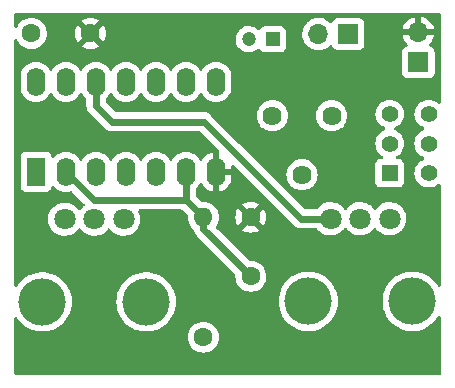
<source format=gbr>
%TF.GenerationSoftware,KiCad,Pcbnew,(6.0.5)*%
%TF.CreationDate,2023-09-02T14:46:17+01:00*%
%TF.ProjectId,AtariPunkConsole,41746172-6950-4756-9e6b-436f6e736f6c,rev?*%
%TF.SameCoordinates,Original*%
%TF.FileFunction,Copper,L2,Bot*%
%TF.FilePolarity,Positive*%
%FSLAX46Y46*%
G04 Gerber Fmt 4.6, Leading zero omitted, Abs format (unit mm)*
G04 Created by KiCad (PCBNEW (6.0.5)) date 2023-09-02 14:46:17*
%MOMM*%
%LPD*%
G01*
G04 APERTURE LIST*
%TA.AperFunction,WasherPad*%
%ADD10C,4.000000*%
%TD*%
%TA.AperFunction,ComponentPad*%
%ADD11C,1.800000*%
%TD*%
%TA.AperFunction,ComponentPad*%
%ADD12R,1.400000X1.400000*%
%TD*%
%TA.AperFunction,ComponentPad*%
%ADD13C,1.400000*%
%TD*%
%TA.AperFunction,ComponentPad*%
%ADD14R,1.600000X2.400000*%
%TD*%
%TA.AperFunction,ComponentPad*%
%ADD15O,1.600000X2.400000*%
%TD*%
%TA.AperFunction,ComponentPad*%
%ADD16R,1.700000X1.700000*%
%TD*%
%TA.AperFunction,ComponentPad*%
%ADD17O,1.700000X1.700000*%
%TD*%
%TA.AperFunction,ComponentPad*%
%ADD18C,1.600000*%
%TD*%
%TA.AperFunction,ComponentPad*%
%ADD19O,1.600000X1.600000*%
%TD*%
%TA.AperFunction,ComponentPad*%
%ADD20C,1.620000*%
%TD*%
%TA.AperFunction,ComponentPad*%
%ADD21R,1.200000X1.200000*%
%TD*%
%TA.AperFunction,ComponentPad*%
%ADD22C,1.200000*%
%TD*%
%TA.AperFunction,Conductor*%
%ADD23C,0.600000*%
%TD*%
G04 APERTURE END LIST*
D10*
%TO.P,RV2,*%
%TO.N,*%
X153070000Y-114740000D03*
X144270000Y-114740000D03*
D11*
%TO.P,RV2,1,1*%
%TO.N,Net-(U1-Pad12)*%
X146170000Y-107740000D03*
%TO.P,RV2,2,2*%
%TO.N,+9V*%
X148670000Y-107740000D03*
%TO.P,RV2,3,3*%
X151170000Y-107740000D03*
%TD*%
D12*
%TO.P,S1,1*%
%TO.N,+9V*%
X151160000Y-103877500D03*
D13*
%TO.P,S1,2*%
%TO.N,Net-(BT1-Pad1)*%
X151160000Y-101377500D03*
%TO.P,S1,3*%
%TO.N,unconnected-(S1-Pad3)*%
X151160000Y-98877500D03*
%TO.P,S1,4*%
%TO.N,N/C*%
X154460000Y-103877500D03*
%TO.P,S1,5*%
X154460000Y-101377500D03*
%TO.P,S1,6*%
X154460000Y-98877500D03*
%TD*%
D14*
%TO.P,U1,1,DIS*%
%TO.N,Net-(R2-Pad1)*%
X121215000Y-103775000D03*
D15*
%TO.P,U1,2,THR*%
%TO.N,Net-(R2-Pad2)*%
X123755000Y-103775000D03*
%TO.P,U1,3,CV*%
%TO.N,unconnected-(U1-Pad3)*%
X126295000Y-103775000D03*
%TO.P,U1,4,R*%
%TO.N,+9V*%
X128835000Y-103775000D03*
%TO.P,U1,5,Q*%
%TO.N,Net-(U1-Pad5)*%
X131375000Y-103775000D03*
%TO.P,U1,6,TR*%
%TO.N,Net-(R2-Pad2)*%
X133915000Y-103775000D03*
%TO.P,U1,7,GND*%
%TO.N,GND*%
X136455000Y-103775000D03*
%TO.P,U1,8,TR*%
%TO.N,Net-(U1-Pad5)*%
X136455000Y-96155000D03*
%TO.P,U1,9,Q*%
%TO.N,Net-(C3-Pad2)*%
X133915000Y-96155000D03*
%TO.P,U1,10,R*%
%TO.N,+9V*%
X131375000Y-96155000D03*
%TO.P,U1,11,CV*%
%TO.N,unconnected-(U1-Pad11)*%
X128835000Y-96155000D03*
%TO.P,U1,12,THR*%
%TO.N,Net-(U1-Pad12)*%
X126295000Y-96155000D03*
%TO.P,U1,13,DIS*%
X123755000Y-96155000D03*
%TO.P,U1,14,VCC*%
%TO.N,+9V*%
X121215000Y-96155000D03*
%TD*%
D16*
%TO.P,BT1,1,+*%
%TO.N,Net-(BT1-Pad1)*%
X153600000Y-94505000D03*
D17*
%TO.P,BT1,2,-*%
%TO.N,GND*%
X153600000Y-91965000D03*
%TD*%
D18*
%TO.P,R2,1*%
%TO.N,Net-(R2-Pad1)*%
X135390000Y-117770000D03*
D19*
%TO.P,R2,2*%
%TO.N,Net-(R2-Pad2)*%
X135390000Y-107610000D03*
%TD*%
D20*
%TO.P,RV3,1,1*%
%TO.N,Net-(C3-Pad1)*%
X141240000Y-99010000D03*
%TO.P,RV3,2,2*%
%TO.N,Net-(RV3-Pad2)*%
X143740000Y-104010000D03*
%TO.P,RV3,3,3*%
X146240000Y-99010000D03*
%TD*%
D16*
%TO.P,LS1,1,1*%
%TO.N,+9V*%
X147665000Y-92100000D03*
D17*
%TO.P,LS1,2,2*%
%TO.N,Net-(RV3-Pad2)*%
X145125000Y-92100000D03*
%TD*%
D18*
%TO.P,C2,1*%
%TO.N,Net-(U1-Pad12)*%
X120820000Y-92050000D03*
%TO.P,C2,2*%
%TO.N,GND*%
X125820000Y-92050000D03*
%TD*%
%TO.P,C1,1*%
%TO.N,Net-(R2-Pad2)*%
X139410000Y-112610000D03*
%TO.P,C1,2*%
%TO.N,GND*%
X139410000Y-107610000D03*
%TD*%
D10*
%TO.P,RV1,*%
%TO.N,*%
X121740000Y-114780000D03*
X130540000Y-114780000D03*
D11*
%TO.P,RV1,1,1*%
%TO.N,Net-(R2-Pad1)*%
X123640000Y-107780000D03*
%TO.P,RV1,2,2*%
%TO.N,+9V*%
X126140000Y-107780000D03*
%TO.P,RV1,3,3*%
X128640000Y-107780000D03*
%TD*%
D21*
%TO.P,C3,1*%
%TO.N,Net-(C3-Pad1)*%
X141242600Y-92540000D03*
D22*
%TO.P,C3,2*%
%TO.N,Net-(C3-Pad2)*%
X139242600Y-92540000D03*
%TD*%
D23*
%TO.N,Net-(R2-Pad2)*%
X123755000Y-103775000D02*
X126115000Y-106135000D01*
X133915000Y-103775000D02*
X133915000Y-106135000D01*
X139410000Y-112610000D02*
X135390000Y-108590000D01*
X133915000Y-106135000D02*
X135390000Y-107610000D01*
X135390000Y-108590000D02*
X135390000Y-107610000D01*
X126115000Y-106135000D02*
X133915000Y-106135000D01*
%TO.N,Net-(U1-Pad12)*%
X146170000Y-107740000D02*
X143660000Y-107740000D01*
X143660000Y-107740000D02*
X135435000Y-99515000D01*
X135435000Y-99515000D02*
X127615000Y-99515000D01*
X126295000Y-98195000D02*
X126295000Y-96155000D01*
X127615000Y-99515000D02*
X126295000Y-98195000D01*
%TO.N,GND*%
X136455000Y-103775000D02*
X136455000Y-104655000D01*
%TD*%
%TA.AperFunction,Conductor*%
%TO.N,GND*%
G36*
X155413621Y-90318502D02*
G01*
X155460114Y-90372158D01*
X155471500Y-90424500D01*
X155471500Y-97875733D01*
X155451498Y-97943854D01*
X155397842Y-97990347D01*
X155327568Y-98000451D01*
X155262988Y-97970957D01*
X155256405Y-97964828D01*
X155239776Y-97948199D01*
X155066558Y-97826911D01*
X155061580Y-97824590D01*
X155061577Y-97824588D01*
X154879892Y-97739867D01*
X154879891Y-97739866D01*
X154874910Y-97737544D01*
X154869602Y-97736122D01*
X154869600Y-97736121D01*
X154675970Y-97684238D01*
X154675968Y-97684238D01*
X154670655Y-97682814D01*
X154460000Y-97664384D01*
X154249345Y-97682814D01*
X154244032Y-97684238D01*
X154244030Y-97684238D01*
X154050400Y-97736121D01*
X154050398Y-97736122D01*
X154045090Y-97737544D01*
X154040109Y-97739866D01*
X154040108Y-97739867D01*
X153858423Y-97824588D01*
X153858420Y-97824590D01*
X153853442Y-97826911D01*
X153680224Y-97948199D01*
X153530699Y-98097724D01*
X153409411Y-98270942D01*
X153407090Y-98275920D01*
X153407088Y-98275923D01*
X153360769Y-98375255D01*
X153320044Y-98462590D01*
X153318622Y-98467898D01*
X153318621Y-98467900D01*
X153268983Y-98653153D01*
X153265314Y-98666845D01*
X153246884Y-98877500D01*
X153265314Y-99088155D01*
X153266738Y-99093468D01*
X153266738Y-99093470D01*
X153304488Y-99234353D01*
X153320044Y-99292410D01*
X153409411Y-99484058D01*
X153530699Y-99657276D01*
X153680224Y-99806801D01*
X153853442Y-99928089D01*
X153858420Y-99930410D01*
X153858423Y-99930412D01*
X154036188Y-100013305D01*
X154089473Y-100060222D01*
X154108934Y-100128500D01*
X154088392Y-100196460D01*
X154036188Y-100241695D01*
X153858423Y-100324588D01*
X153858420Y-100324590D01*
X153853442Y-100326911D01*
X153680224Y-100448199D01*
X153530699Y-100597724D01*
X153409411Y-100770942D01*
X153320044Y-100962590D01*
X153265314Y-101166845D01*
X153246884Y-101377500D01*
X153265314Y-101588155D01*
X153320044Y-101792410D01*
X153409411Y-101984058D01*
X153530699Y-102157276D01*
X153680224Y-102306801D01*
X153853442Y-102428089D01*
X153858420Y-102430410D01*
X153858423Y-102430412D01*
X154036188Y-102513305D01*
X154089473Y-102560222D01*
X154108934Y-102628500D01*
X154088392Y-102696460D01*
X154036188Y-102741695D01*
X153858423Y-102824588D01*
X153858420Y-102824590D01*
X153853442Y-102826911D01*
X153680224Y-102948199D01*
X153530699Y-103097724D01*
X153409411Y-103270942D01*
X153407090Y-103275920D01*
X153407088Y-103275923D01*
X153322367Y-103457608D01*
X153320044Y-103462590D01*
X153318622Y-103467898D01*
X153318621Y-103467900D01*
X153305592Y-103516525D01*
X153265314Y-103666845D01*
X153246884Y-103877500D01*
X153265314Y-104088155D01*
X153266738Y-104093468D01*
X153266738Y-104093470D01*
X153304488Y-104234353D01*
X153320044Y-104292410D01*
X153322366Y-104297391D01*
X153322367Y-104297392D01*
X153371654Y-104403087D01*
X153409411Y-104484058D01*
X153530699Y-104657276D01*
X153680224Y-104806801D01*
X153853442Y-104928089D01*
X153858420Y-104930410D01*
X153858423Y-104930412D01*
X154040108Y-105015133D01*
X154045090Y-105017456D01*
X154050398Y-105018878D01*
X154050400Y-105018879D01*
X154244030Y-105070762D01*
X154244032Y-105070762D01*
X154249345Y-105072186D01*
X154460000Y-105090616D01*
X154670655Y-105072186D01*
X154675968Y-105070762D01*
X154675970Y-105070762D01*
X154869600Y-105018879D01*
X154869602Y-105018878D01*
X154874910Y-105017456D01*
X154879892Y-105015133D01*
X155061577Y-104930412D01*
X155061580Y-104930410D01*
X155066558Y-104928089D01*
X155239776Y-104806801D01*
X155256405Y-104790172D01*
X155318717Y-104756146D01*
X155389532Y-104761211D01*
X155446368Y-104803758D01*
X155471179Y-104870278D01*
X155471500Y-104879267D01*
X155471500Y-113408913D01*
X155451498Y-113477034D01*
X155397842Y-113523527D01*
X155327568Y-113533631D01*
X155262988Y-113504137D01*
X155239115Y-113476427D01*
X155130943Y-113305976D01*
X155103432Y-113262625D01*
X154933078Y-113056703D01*
X154904758Y-113022470D01*
X154904757Y-113022469D01*
X154902233Y-113019418D01*
X154672140Y-112803346D01*
X154416779Y-112617816D01*
X154212939Y-112505753D01*
X154143648Y-112467660D01*
X154143647Y-112467659D01*
X154140179Y-112465753D01*
X154136510Y-112464300D01*
X154136505Y-112464298D01*
X153850372Y-112351010D01*
X153850371Y-112351010D01*
X153846702Y-112349557D01*
X153540975Y-112271060D01*
X153227821Y-112231500D01*
X152912179Y-112231500D01*
X152599025Y-112271060D01*
X152293298Y-112349557D01*
X152289629Y-112351010D01*
X152289628Y-112351010D01*
X152003495Y-112464298D01*
X152003490Y-112464300D01*
X151999821Y-112465753D01*
X151996353Y-112467659D01*
X151996352Y-112467660D01*
X151927062Y-112505753D01*
X151723221Y-112617816D01*
X151467860Y-112803346D01*
X151237767Y-113019418D01*
X151235243Y-113022469D01*
X151235242Y-113022470D01*
X151206922Y-113056703D01*
X151036568Y-113262625D01*
X150867438Y-113529131D01*
X150865754Y-113532710D01*
X150865750Y-113532717D01*
X150764671Y-113747523D01*
X150733044Y-113814734D01*
X150635505Y-114114928D01*
X150576359Y-114424980D01*
X150556540Y-114740000D01*
X150576359Y-115055020D01*
X150635505Y-115365072D01*
X150733044Y-115665266D01*
X150734731Y-115668852D01*
X150734733Y-115668856D01*
X150865750Y-115947283D01*
X150865754Y-115947290D01*
X150867438Y-115950869D01*
X151036568Y-116217375D01*
X151237767Y-116460582D01*
X151240657Y-116463296D01*
X151240658Y-116463297D01*
X151276999Y-116497423D01*
X151467860Y-116676654D01*
X151723221Y-116862184D01*
X151726690Y-116864091D01*
X151726693Y-116864093D01*
X151846961Y-116930211D01*
X151999821Y-117014247D01*
X152003490Y-117015700D01*
X152003495Y-117015702D01*
X152100849Y-117054247D01*
X152293298Y-117130443D01*
X152599025Y-117208940D01*
X152912179Y-117248500D01*
X153227821Y-117248500D01*
X153540975Y-117208940D01*
X153846702Y-117130443D01*
X154039151Y-117054247D01*
X154136505Y-117015702D01*
X154136510Y-117015700D01*
X154140179Y-117014247D01*
X154293039Y-116930211D01*
X154413307Y-116864093D01*
X154413310Y-116864091D01*
X154416779Y-116862184D01*
X154672140Y-116676654D01*
X154863001Y-116497423D01*
X154899342Y-116463297D01*
X154899343Y-116463296D01*
X154902233Y-116460582D01*
X155103432Y-116217375D01*
X155239115Y-116003573D01*
X155292504Y-115956774D01*
X155362719Y-115946269D01*
X155427467Y-115975393D01*
X155466191Y-116034899D01*
X155471500Y-116071087D01*
X155471500Y-120865500D01*
X155451498Y-120933621D01*
X155397842Y-120980114D01*
X155345500Y-120991500D01*
X119514500Y-120991500D01*
X119446379Y-120971498D01*
X119399886Y-120917842D01*
X119388500Y-120865500D01*
X119388500Y-117770000D01*
X134076502Y-117770000D01*
X134096457Y-117998087D01*
X134155716Y-118219243D01*
X134158039Y-118224224D01*
X134158039Y-118224225D01*
X134250151Y-118421762D01*
X134250154Y-118421767D01*
X134252477Y-118426749D01*
X134383802Y-118614300D01*
X134545700Y-118776198D01*
X134550208Y-118779355D01*
X134550211Y-118779357D01*
X134628389Y-118834098D01*
X134733251Y-118907523D01*
X134738233Y-118909846D01*
X134738238Y-118909849D01*
X134935775Y-119001961D01*
X134940757Y-119004284D01*
X134946065Y-119005706D01*
X134946067Y-119005707D01*
X135156598Y-119062119D01*
X135156600Y-119062119D01*
X135161913Y-119063543D01*
X135390000Y-119083498D01*
X135618087Y-119063543D01*
X135623400Y-119062119D01*
X135623402Y-119062119D01*
X135833933Y-119005707D01*
X135833935Y-119005706D01*
X135839243Y-119004284D01*
X135844225Y-119001961D01*
X136041762Y-118909849D01*
X136041767Y-118909846D01*
X136046749Y-118907523D01*
X136151611Y-118834098D01*
X136229789Y-118779357D01*
X136229792Y-118779355D01*
X136234300Y-118776198D01*
X136396198Y-118614300D01*
X136527523Y-118426749D01*
X136529846Y-118421767D01*
X136529849Y-118421762D01*
X136621961Y-118224225D01*
X136621961Y-118224224D01*
X136624284Y-118219243D01*
X136683543Y-117998087D01*
X136703498Y-117770000D01*
X136683543Y-117541913D01*
X136624284Y-117320757D01*
X136621961Y-117315775D01*
X136529849Y-117118238D01*
X136529846Y-117118233D01*
X136527523Y-117113251D01*
X136396198Y-116925700D01*
X136234300Y-116763802D01*
X136229792Y-116760645D01*
X136229789Y-116760643D01*
X136105968Y-116673943D01*
X136046749Y-116632477D01*
X136041767Y-116630154D01*
X136041762Y-116630151D01*
X135844225Y-116538039D01*
X135844224Y-116538039D01*
X135839243Y-116535716D01*
X135833935Y-116534294D01*
X135833933Y-116534293D01*
X135623402Y-116477881D01*
X135623400Y-116477881D01*
X135618087Y-116476457D01*
X135390000Y-116456502D01*
X135161913Y-116476457D01*
X135156600Y-116477881D01*
X135156598Y-116477881D01*
X134946067Y-116534293D01*
X134946065Y-116534294D01*
X134940757Y-116535716D01*
X134935776Y-116538039D01*
X134935775Y-116538039D01*
X134738238Y-116630151D01*
X134738233Y-116630154D01*
X134733251Y-116632477D01*
X134674032Y-116673943D01*
X134550211Y-116760643D01*
X134550208Y-116760645D01*
X134545700Y-116763802D01*
X134383802Y-116925700D01*
X134252477Y-117113251D01*
X134250154Y-117118233D01*
X134250151Y-117118238D01*
X134158039Y-117315775D01*
X134155716Y-117320757D01*
X134096457Y-117541913D01*
X134076502Y-117770000D01*
X119388500Y-117770000D01*
X119388500Y-116189874D01*
X119408502Y-116121753D01*
X119462158Y-116075260D01*
X119532432Y-116065156D01*
X119597012Y-116094650D01*
X119620884Y-116122359D01*
X119706568Y-116257375D01*
X119907767Y-116500582D01*
X120137860Y-116716654D01*
X120393221Y-116902184D01*
X120396690Y-116904091D01*
X120396693Y-116904093D01*
X120599708Y-117015702D01*
X120669821Y-117054247D01*
X120673490Y-117055700D01*
X120673495Y-117055702D01*
X120864747Y-117131424D01*
X120963298Y-117170443D01*
X121269025Y-117248940D01*
X121582179Y-117288500D01*
X121897821Y-117288500D01*
X122210975Y-117248940D01*
X122516702Y-117170443D01*
X122615253Y-117131424D01*
X122806505Y-117055702D01*
X122806510Y-117055700D01*
X122810179Y-117054247D01*
X122880292Y-117015702D01*
X123083307Y-116904093D01*
X123083310Y-116904091D01*
X123086779Y-116902184D01*
X123342140Y-116716654D01*
X123572233Y-116500582D01*
X123773432Y-116257375D01*
X123942562Y-115990869D01*
X123944246Y-115987290D01*
X123944250Y-115987283D01*
X124075267Y-115708856D01*
X124075269Y-115708852D01*
X124076956Y-115705266D01*
X124174495Y-115405072D01*
X124233641Y-115095020D01*
X124253460Y-114780000D01*
X128026540Y-114780000D01*
X128046359Y-115095020D01*
X128105505Y-115405072D01*
X128203044Y-115705266D01*
X128204731Y-115708852D01*
X128204733Y-115708856D01*
X128335750Y-115987283D01*
X128335754Y-115987290D01*
X128337438Y-115990869D01*
X128506568Y-116257375D01*
X128707767Y-116500582D01*
X128937860Y-116716654D01*
X129193221Y-116902184D01*
X129196690Y-116904091D01*
X129196693Y-116904093D01*
X129399708Y-117015702D01*
X129469821Y-117054247D01*
X129473490Y-117055700D01*
X129473495Y-117055702D01*
X129664747Y-117131424D01*
X129763298Y-117170443D01*
X130069025Y-117248940D01*
X130382179Y-117288500D01*
X130697821Y-117288500D01*
X131010975Y-117248940D01*
X131316702Y-117170443D01*
X131415253Y-117131424D01*
X131606505Y-117055702D01*
X131606510Y-117055700D01*
X131610179Y-117054247D01*
X131680292Y-117015702D01*
X131883307Y-116904093D01*
X131883310Y-116904091D01*
X131886779Y-116902184D01*
X132142140Y-116716654D01*
X132372233Y-116500582D01*
X132573432Y-116257375D01*
X132742562Y-115990869D01*
X132744246Y-115987290D01*
X132744250Y-115987283D01*
X132875267Y-115708856D01*
X132875269Y-115708852D01*
X132876956Y-115705266D01*
X132974495Y-115405072D01*
X133033641Y-115095020D01*
X133053460Y-114780000D01*
X133050943Y-114740000D01*
X141756540Y-114740000D01*
X141776359Y-115055020D01*
X141835505Y-115365072D01*
X141933044Y-115665266D01*
X141934731Y-115668852D01*
X141934733Y-115668856D01*
X142065750Y-115947283D01*
X142065754Y-115947290D01*
X142067438Y-115950869D01*
X142236568Y-116217375D01*
X142437767Y-116460582D01*
X142440657Y-116463296D01*
X142440658Y-116463297D01*
X142476999Y-116497423D01*
X142667860Y-116676654D01*
X142923221Y-116862184D01*
X142926690Y-116864091D01*
X142926693Y-116864093D01*
X143046961Y-116930211D01*
X143199821Y-117014247D01*
X143203490Y-117015700D01*
X143203495Y-117015702D01*
X143300849Y-117054247D01*
X143493298Y-117130443D01*
X143799025Y-117208940D01*
X144112179Y-117248500D01*
X144427821Y-117248500D01*
X144740975Y-117208940D01*
X145046702Y-117130443D01*
X145239151Y-117054247D01*
X145336505Y-117015702D01*
X145336510Y-117015700D01*
X145340179Y-117014247D01*
X145493039Y-116930211D01*
X145613307Y-116864093D01*
X145613310Y-116864091D01*
X145616779Y-116862184D01*
X145872140Y-116676654D01*
X146063001Y-116497423D01*
X146099342Y-116463297D01*
X146099343Y-116463296D01*
X146102233Y-116460582D01*
X146303432Y-116217375D01*
X146472562Y-115950869D01*
X146474246Y-115947290D01*
X146474250Y-115947283D01*
X146605267Y-115668856D01*
X146605269Y-115668852D01*
X146606956Y-115665266D01*
X146704495Y-115365072D01*
X146763641Y-115055020D01*
X146783460Y-114740000D01*
X146763641Y-114424980D01*
X146704495Y-114114928D01*
X146606956Y-113814734D01*
X146575329Y-113747523D01*
X146474250Y-113532717D01*
X146474246Y-113532710D01*
X146472562Y-113529131D01*
X146303432Y-113262625D01*
X146133078Y-113056703D01*
X146104758Y-113022470D01*
X146104757Y-113022469D01*
X146102233Y-113019418D01*
X145872140Y-112803346D01*
X145616779Y-112617816D01*
X145412939Y-112505753D01*
X145343648Y-112467660D01*
X145343647Y-112467659D01*
X145340179Y-112465753D01*
X145336510Y-112464300D01*
X145336505Y-112464298D01*
X145050372Y-112351010D01*
X145050371Y-112351010D01*
X145046702Y-112349557D01*
X144740975Y-112271060D01*
X144427821Y-112231500D01*
X144112179Y-112231500D01*
X143799025Y-112271060D01*
X143493298Y-112349557D01*
X143489629Y-112351010D01*
X143489628Y-112351010D01*
X143203495Y-112464298D01*
X143203490Y-112464300D01*
X143199821Y-112465753D01*
X143196353Y-112467659D01*
X143196352Y-112467660D01*
X143127062Y-112505753D01*
X142923221Y-112617816D01*
X142667860Y-112803346D01*
X142437767Y-113019418D01*
X142435243Y-113022469D01*
X142435242Y-113022470D01*
X142406922Y-113056703D01*
X142236568Y-113262625D01*
X142067438Y-113529131D01*
X142065754Y-113532710D01*
X142065750Y-113532717D01*
X141964671Y-113747523D01*
X141933044Y-113814734D01*
X141835505Y-114114928D01*
X141776359Y-114424980D01*
X141756540Y-114740000D01*
X133050943Y-114740000D01*
X133033641Y-114464980D01*
X132974495Y-114154928D01*
X132876956Y-113854734D01*
X132875267Y-113851144D01*
X132744250Y-113572717D01*
X132744246Y-113572710D01*
X132742562Y-113569131D01*
X132573432Y-113302625D01*
X132372233Y-113059418D01*
X132142140Y-112843346D01*
X131886779Y-112657816D01*
X131818253Y-112620143D01*
X131613648Y-112507660D01*
X131613647Y-112507659D01*
X131610179Y-112505753D01*
X131606510Y-112504300D01*
X131606505Y-112504298D01*
X131320372Y-112391010D01*
X131320371Y-112391010D01*
X131316702Y-112389557D01*
X131010975Y-112311060D01*
X130697821Y-112271500D01*
X130382179Y-112271500D01*
X130069025Y-112311060D01*
X129763298Y-112389557D01*
X129759629Y-112391010D01*
X129759628Y-112391010D01*
X129473495Y-112504298D01*
X129473490Y-112504300D01*
X129469821Y-112505753D01*
X129466353Y-112507659D01*
X129466352Y-112507660D01*
X129261748Y-112620143D01*
X129193221Y-112657816D01*
X128937860Y-112843346D01*
X128707767Y-113059418D01*
X128506568Y-113302625D01*
X128337438Y-113569131D01*
X128335754Y-113572710D01*
X128335750Y-113572717D01*
X128204733Y-113851144D01*
X128203044Y-113854734D01*
X128105505Y-114154928D01*
X128046359Y-114464980D01*
X128026540Y-114780000D01*
X124253460Y-114780000D01*
X124233641Y-114464980D01*
X124174495Y-114154928D01*
X124076956Y-113854734D01*
X124075267Y-113851144D01*
X123944250Y-113572717D01*
X123944246Y-113572710D01*
X123942562Y-113569131D01*
X123773432Y-113302625D01*
X123572233Y-113059418D01*
X123342140Y-112843346D01*
X123086779Y-112657816D01*
X123018253Y-112620143D01*
X122813648Y-112507660D01*
X122813647Y-112507659D01*
X122810179Y-112505753D01*
X122806510Y-112504300D01*
X122806505Y-112504298D01*
X122520372Y-112391010D01*
X122520371Y-112391010D01*
X122516702Y-112389557D01*
X122210975Y-112311060D01*
X121897821Y-112271500D01*
X121582179Y-112271500D01*
X121269025Y-112311060D01*
X120963298Y-112389557D01*
X120959629Y-112391010D01*
X120959628Y-112391010D01*
X120673495Y-112504298D01*
X120673490Y-112504300D01*
X120669821Y-112505753D01*
X120666353Y-112507659D01*
X120666352Y-112507660D01*
X120461748Y-112620143D01*
X120393221Y-112657816D01*
X120137860Y-112843346D01*
X119907767Y-113059418D01*
X119706568Y-113302625D01*
X119663731Y-113370126D01*
X119620885Y-113437640D01*
X119567496Y-113484439D01*
X119497281Y-113494944D01*
X119432533Y-113465820D01*
X119393809Y-113406314D01*
X119388500Y-113370126D01*
X119388500Y-105023134D01*
X119906500Y-105023134D01*
X119913255Y-105085316D01*
X119964385Y-105221705D01*
X120051739Y-105338261D01*
X120168295Y-105425615D01*
X120304684Y-105476745D01*
X120366866Y-105483500D01*
X122063134Y-105483500D01*
X122125316Y-105476745D01*
X122261705Y-105425615D01*
X122378261Y-105338261D01*
X122465615Y-105221705D01*
X122516745Y-105085316D01*
X122517917Y-105074526D01*
X122518803Y-105072394D01*
X122519425Y-105069778D01*
X122519848Y-105069879D01*
X122545155Y-105008965D01*
X122603517Y-104968537D01*
X122674471Y-104966078D01*
X122735490Y-105002371D01*
X122742489Y-105011031D01*
X122745643Y-105014789D01*
X122748802Y-105019300D01*
X122910700Y-105181198D01*
X122915208Y-105184355D01*
X122915211Y-105184357D01*
X122956542Y-105213297D01*
X123098251Y-105312523D01*
X123103233Y-105314846D01*
X123103238Y-105314849D01*
X123299765Y-105406490D01*
X123305757Y-105409284D01*
X123311065Y-105410706D01*
X123311067Y-105410707D01*
X123521598Y-105467119D01*
X123521600Y-105467119D01*
X123526913Y-105468543D01*
X123755000Y-105488498D01*
X123983087Y-105468543D01*
X124166826Y-105419310D01*
X124237800Y-105421000D01*
X124288530Y-105451922D01*
X125303497Y-106466889D01*
X125337523Y-106529201D01*
X125332458Y-106600016D01*
X125290055Y-106656744D01*
X125223976Y-106706358D01*
X125201655Y-106723117D01*
X125198083Y-106726855D01*
X125049811Y-106882013D01*
X125041639Y-106890564D01*
X124994836Y-106959174D01*
X124939927Y-107004175D01*
X124869402Y-107012346D01*
X124805655Y-106981092D01*
X124784959Y-106956609D01*
X124762577Y-106922013D01*
X124762576Y-106922012D01*
X124759764Y-106917665D01*
X124754153Y-106911498D01*
X124698707Y-106850564D01*
X124603887Y-106746358D01*
X124599836Y-106743159D01*
X124599832Y-106743155D01*
X124426177Y-106606011D01*
X124426172Y-106606008D01*
X124422123Y-106602810D01*
X124417607Y-106600317D01*
X124417604Y-106600315D01*
X124223879Y-106493373D01*
X124223875Y-106493371D01*
X124219355Y-106490876D01*
X124214486Y-106489152D01*
X124214482Y-106489150D01*
X124005903Y-106415288D01*
X124005899Y-106415287D01*
X124001028Y-106413562D01*
X123995935Y-106412655D01*
X123995932Y-106412654D01*
X123778095Y-106373851D01*
X123778089Y-106373850D01*
X123773006Y-106372945D01*
X123700096Y-106372054D01*
X123546581Y-106370179D01*
X123546579Y-106370179D01*
X123541411Y-106370116D01*
X123312464Y-106405150D01*
X123092314Y-106477106D01*
X123087726Y-106479494D01*
X123087722Y-106479496D01*
X122909092Y-106572485D01*
X122886872Y-106584052D01*
X122882739Y-106587155D01*
X122882736Y-106587157D01*
X122718884Y-106710181D01*
X122701655Y-106723117D01*
X122698083Y-106726855D01*
X122549811Y-106882013D01*
X122541639Y-106890564D01*
X122538730Y-106894829D01*
X122538724Y-106894837D01*
X122523872Y-106916609D01*
X122411119Y-107081899D01*
X122313602Y-107291981D01*
X122251707Y-107515169D01*
X122227095Y-107745469D01*
X122227392Y-107750622D01*
X122227392Y-107750625D01*
X122233067Y-107849041D01*
X122240427Y-107976697D01*
X122241564Y-107981743D01*
X122241565Y-107981749D01*
X122273741Y-108124523D01*
X122291346Y-108202642D01*
X122293288Y-108207424D01*
X122293289Y-108207428D01*
X122376540Y-108412450D01*
X122378484Y-108417237D01*
X122499501Y-108614719D01*
X122651147Y-108789784D01*
X122829349Y-108937730D01*
X123029322Y-109054584D01*
X123245694Y-109137209D01*
X123250760Y-109138240D01*
X123250761Y-109138240D01*
X123270987Y-109142355D01*
X123472656Y-109183385D01*
X123603324Y-109188176D01*
X123698949Y-109191683D01*
X123698953Y-109191683D01*
X123704113Y-109191872D01*
X123709233Y-109191216D01*
X123709235Y-109191216D01*
X123782270Y-109181860D01*
X123933847Y-109162442D01*
X123938795Y-109160957D01*
X123938802Y-109160956D01*
X124150747Y-109097369D01*
X124155690Y-109095886D01*
X124160324Y-109093616D01*
X124359049Y-108996262D01*
X124359052Y-108996260D01*
X124363684Y-108993991D01*
X124552243Y-108859494D01*
X124716303Y-108696005D01*
X124785370Y-108599888D01*
X124841365Y-108556240D01*
X124912068Y-108549794D01*
X124975033Y-108582597D01*
X124995128Y-108607584D01*
X124996799Y-108610311D01*
X124996804Y-108610317D01*
X124999501Y-108614719D01*
X125151147Y-108789784D01*
X125329349Y-108937730D01*
X125529322Y-109054584D01*
X125745694Y-109137209D01*
X125750760Y-109138240D01*
X125750761Y-109138240D01*
X125770987Y-109142355D01*
X125972656Y-109183385D01*
X126103324Y-109188176D01*
X126198949Y-109191683D01*
X126198953Y-109191683D01*
X126204113Y-109191872D01*
X126209233Y-109191216D01*
X126209235Y-109191216D01*
X126282270Y-109181860D01*
X126433847Y-109162442D01*
X126438795Y-109160957D01*
X126438802Y-109160956D01*
X126650747Y-109097369D01*
X126655690Y-109095886D01*
X126660324Y-109093616D01*
X126859049Y-108996262D01*
X126859052Y-108996260D01*
X126863684Y-108993991D01*
X127052243Y-108859494D01*
X127216303Y-108696005D01*
X127285370Y-108599888D01*
X127341365Y-108556240D01*
X127412068Y-108549794D01*
X127475033Y-108582597D01*
X127495128Y-108607584D01*
X127496799Y-108610311D01*
X127496804Y-108610317D01*
X127499501Y-108614719D01*
X127651147Y-108789784D01*
X127829349Y-108937730D01*
X128029322Y-109054584D01*
X128245694Y-109137209D01*
X128250760Y-109138240D01*
X128250761Y-109138240D01*
X128270987Y-109142355D01*
X128472656Y-109183385D01*
X128603324Y-109188176D01*
X128698949Y-109191683D01*
X128698953Y-109191683D01*
X128704113Y-109191872D01*
X128709233Y-109191216D01*
X128709235Y-109191216D01*
X128782270Y-109181860D01*
X128933847Y-109162442D01*
X128938795Y-109160957D01*
X128938802Y-109160956D01*
X129150747Y-109097369D01*
X129155690Y-109095886D01*
X129160324Y-109093616D01*
X129359049Y-108996262D01*
X129359052Y-108996260D01*
X129363684Y-108993991D01*
X129552243Y-108859494D01*
X129716303Y-108696005D01*
X129851458Y-108507917D01*
X129861029Y-108488553D01*
X129951784Y-108304922D01*
X129951785Y-108304920D01*
X129954078Y-108300280D01*
X130021408Y-108078671D01*
X130051640Y-107849041D01*
X130052044Y-107832519D01*
X130053245Y-107783365D01*
X130053245Y-107783361D01*
X130053327Y-107780000D01*
X130039594Y-107612965D01*
X130034773Y-107554318D01*
X130034772Y-107554312D01*
X130034349Y-107549167D01*
X129999903Y-107412032D01*
X129979184Y-107329544D01*
X129979183Y-107329540D01*
X129977925Y-107324533D01*
X129975867Y-107319800D01*
X129975864Y-107319791D01*
X129888880Y-107119743D01*
X129880059Y-107049296D01*
X129910726Y-106985264D01*
X129971142Y-106947976D01*
X130004429Y-106943500D01*
X133527918Y-106943500D01*
X133596039Y-106963502D01*
X133617013Y-106980405D01*
X134048640Y-107412032D01*
X134082666Y-107474344D01*
X134085066Y-107512108D01*
X134077623Y-107597188D01*
X134076502Y-107610000D01*
X134096457Y-107838087D01*
X134097881Y-107843400D01*
X134097881Y-107843402D01*
X134135025Y-107982022D01*
X134155716Y-108059243D01*
X134158039Y-108064224D01*
X134158039Y-108064225D01*
X134250151Y-108261762D01*
X134250154Y-108261767D01*
X134252477Y-108266749D01*
X134255634Y-108271257D01*
X134378289Y-108446426D01*
X134383802Y-108454300D01*
X134545700Y-108616198D01*
X134544509Y-108617389D01*
X134579591Y-108670122D01*
X134582425Y-108680900D01*
X134589712Y-108714600D01*
X134591769Y-108727163D01*
X134596603Y-108770255D01*
X134598919Y-108776906D01*
X134598920Y-108776910D01*
X134607633Y-108801930D01*
X134611796Y-108816742D01*
X134618881Y-108849510D01*
X134637208Y-108888813D01*
X134641990Y-108900589D01*
X134656255Y-108941552D01*
X134659989Y-108947527D01*
X134659990Y-108947530D01*
X134674027Y-108969995D01*
X134681366Y-108983512D01*
X134684855Y-108990993D01*
X134695538Y-109013902D01*
X134699855Y-109019467D01*
X134699856Y-109019469D01*
X134722106Y-109048153D01*
X134729402Y-109058612D01*
X134752374Y-109095376D01*
X134757334Y-109100371D01*
X134757335Y-109100372D01*
X134780976Y-109124179D01*
X134781561Y-109124804D01*
X134782078Y-109125470D01*
X134808067Y-109151459D01*
X134880185Y-109224082D01*
X134881222Y-109224740D01*
X134882451Y-109225843D01*
X138068640Y-112412031D01*
X138102666Y-112474343D01*
X138105066Y-112512107D01*
X138096502Y-112610000D01*
X138116457Y-112838087D01*
X138117881Y-112843400D01*
X138117881Y-112843402D01*
X138165863Y-113022470D01*
X138175716Y-113059243D01*
X138178039Y-113064224D01*
X138178039Y-113064225D01*
X138270151Y-113261762D01*
X138270154Y-113261767D01*
X138272477Y-113266749D01*
X138275634Y-113271257D01*
X138392137Y-113437640D01*
X138403802Y-113454300D01*
X138565700Y-113616198D01*
X138570208Y-113619355D01*
X138570211Y-113619357D01*
X138648389Y-113674098D01*
X138753251Y-113747523D01*
X138758233Y-113749846D01*
X138758238Y-113749849D01*
X138955775Y-113841961D01*
X138960757Y-113844284D01*
X138966065Y-113845706D01*
X138966067Y-113845707D01*
X139176598Y-113902119D01*
X139176600Y-113902119D01*
X139181913Y-113903543D01*
X139410000Y-113923498D01*
X139638087Y-113903543D01*
X139643400Y-113902119D01*
X139643402Y-113902119D01*
X139853933Y-113845707D01*
X139853935Y-113845706D01*
X139859243Y-113844284D01*
X139864225Y-113841961D01*
X140061762Y-113749849D01*
X140061767Y-113749846D01*
X140066749Y-113747523D01*
X140171611Y-113674098D01*
X140249789Y-113619357D01*
X140249792Y-113619355D01*
X140254300Y-113616198D01*
X140416198Y-113454300D01*
X140427864Y-113437640D01*
X140544366Y-113271257D01*
X140547523Y-113266749D01*
X140549846Y-113261767D01*
X140549849Y-113261762D01*
X140641961Y-113064225D01*
X140641961Y-113064224D01*
X140644284Y-113059243D01*
X140654138Y-113022470D01*
X140702119Y-112843402D01*
X140702119Y-112843400D01*
X140703543Y-112838087D01*
X140723498Y-112610000D01*
X140703543Y-112381913D01*
X140644284Y-112160757D01*
X140641961Y-112155775D01*
X140549849Y-111958238D01*
X140549846Y-111958233D01*
X140547523Y-111953251D01*
X140416198Y-111765700D01*
X140254300Y-111603802D01*
X140249792Y-111600645D01*
X140249789Y-111600643D01*
X140171611Y-111545902D01*
X140066749Y-111472477D01*
X140061767Y-111470154D01*
X140061762Y-111470151D01*
X139864225Y-111378039D01*
X139864224Y-111378039D01*
X139859243Y-111375716D01*
X139853935Y-111374294D01*
X139853933Y-111374293D01*
X139643402Y-111317881D01*
X139643400Y-111317881D01*
X139638087Y-111316457D01*
X139410000Y-111296502D01*
X139404525Y-111296981D01*
X139404524Y-111296981D01*
X139312108Y-111305066D01*
X139242503Y-111291076D01*
X139212032Y-111268640D01*
X136639454Y-108696062D01*
X138688493Y-108696062D01*
X138697789Y-108708077D01*
X138748994Y-108743931D01*
X138758489Y-108749414D01*
X138955947Y-108841490D01*
X138966239Y-108845236D01*
X139176688Y-108901625D01*
X139187481Y-108903528D01*
X139404525Y-108922517D01*
X139415475Y-108922517D01*
X139632519Y-108903528D01*
X139643312Y-108901625D01*
X139853761Y-108845236D01*
X139864053Y-108841490D01*
X140061511Y-108749414D01*
X140071006Y-108743931D01*
X140123048Y-108707491D01*
X140131424Y-108697012D01*
X140124356Y-108683566D01*
X139422812Y-107982022D01*
X139408868Y-107974408D01*
X139407035Y-107974539D01*
X139400420Y-107978790D01*
X138694923Y-108684287D01*
X138688493Y-108696062D01*
X136639454Y-108696062D01*
X136471573Y-108528181D01*
X136437547Y-108465869D01*
X136442612Y-108395054D01*
X136457453Y-108366818D01*
X136527523Y-108266749D01*
X136529846Y-108261767D01*
X136529849Y-108261762D01*
X136621961Y-108064225D01*
X136621961Y-108064224D01*
X136624284Y-108059243D01*
X136644976Y-107982022D01*
X136682119Y-107843402D01*
X136682119Y-107843400D01*
X136683543Y-107838087D01*
X136703019Y-107615475D01*
X138097483Y-107615475D01*
X138116472Y-107832519D01*
X138118375Y-107843312D01*
X138174764Y-108053761D01*
X138178510Y-108064053D01*
X138270586Y-108261511D01*
X138276069Y-108271006D01*
X138312509Y-108323048D01*
X138322988Y-108331424D01*
X138336434Y-108324356D01*
X139037978Y-107622812D01*
X139044356Y-107611132D01*
X139774408Y-107611132D01*
X139774539Y-107612965D01*
X139778790Y-107619580D01*
X140484287Y-108325077D01*
X140496062Y-108331507D01*
X140508077Y-108322211D01*
X140543931Y-108271006D01*
X140549414Y-108261511D01*
X140641490Y-108064053D01*
X140645236Y-108053761D01*
X140701625Y-107843312D01*
X140703528Y-107832519D01*
X140722517Y-107615475D01*
X140722517Y-107604525D01*
X140703528Y-107387481D01*
X140701625Y-107376688D01*
X140645236Y-107166239D01*
X140641490Y-107155947D01*
X140549414Y-106958489D01*
X140543931Y-106948994D01*
X140507491Y-106896952D01*
X140497012Y-106888576D01*
X140483566Y-106895644D01*
X139782022Y-107597188D01*
X139774408Y-107611132D01*
X139044356Y-107611132D01*
X139045592Y-107608868D01*
X139045461Y-107607035D01*
X139041210Y-107600420D01*
X138335713Y-106894923D01*
X138323938Y-106888493D01*
X138311923Y-106897789D01*
X138276069Y-106948994D01*
X138270586Y-106958489D01*
X138178510Y-107155947D01*
X138174764Y-107166239D01*
X138118375Y-107376688D01*
X138116472Y-107387481D01*
X138097483Y-107604525D01*
X138097483Y-107615475D01*
X136703019Y-107615475D01*
X136703498Y-107610000D01*
X136683543Y-107381913D01*
X136668168Y-107324533D01*
X136625707Y-107166067D01*
X136625706Y-107166065D01*
X136624284Y-107160757D01*
X136605159Y-107119743D01*
X136529849Y-106958238D01*
X136529846Y-106958233D01*
X136527523Y-106953251D01*
X136396198Y-106765700D01*
X136234300Y-106603802D01*
X136229792Y-106600645D01*
X136229789Y-106600643D01*
X136118886Y-106522988D01*
X138688576Y-106522988D01*
X138695644Y-106536434D01*
X139397188Y-107237978D01*
X139411132Y-107245592D01*
X139412965Y-107245461D01*
X139419580Y-107241210D01*
X140125077Y-106535713D01*
X140131507Y-106523938D01*
X140122211Y-106511923D01*
X140071006Y-106476069D01*
X140061511Y-106470586D01*
X139864053Y-106378510D01*
X139853761Y-106374764D01*
X139643312Y-106318375D01*
X139632519Y-106316472D01*
X139415475Y-106297483D01*
X139404525Y-106297483D01*
X139187481Y-106316472D01*
X139176688Y-106318375D01*
X138966239Y-106374764D01*
X138955947Y-106378510D01*
X138758489Y-106470586D01*
X138748994Y-106476069D01*
X138696952Y-106512509D01*
X138688576Y-106522988D01*
X136118886Y-106522988D01*
X136103920Y-106512509D01*
X136046749Y-106472477D01*
X136041767Y-106470154D01*
X136041762Y-106470151D01*
X135844225Y-106378039D01*
X135844224Y-106378039D01*
X135839243Y-106375716D01*
X135833935Y-106374294D01*
X135833933Y-106374293D01*
X135623402Y-106317881D01*
X135623400Y-106317881D01*
X135618087Y-106316457D01*
X135390000Y-106296502D01*
X135384525Y-106296981D01*
X135384524Y-106296981D01*
X135292108Y-106305066D01*
X135222503Y-106291076D01*
X135192032Y-106268640D01*
X134760405Y-105837013D01*
X134726379Y-105774701D01*
X134723500Y-105747918D01*
X134723500Y-105269188D01*
X134743502Y-105201067D01*
X134760405Y-105180093D01*
X134921198Y-105019300D01*
X135052523Y-104831749D01*
X135054846Y-104826767D01*
X135054849Y-104826762D01*
X135071081Y-104791951D01*
X135117998Y-104738666D01*
X135186275Y-104719205D01*
X135254235Y-104739747D01*
X135299471Y-104791951D01*
X135315586Y-104826511D01*
X135321069Y-104836007D01*
X135446028Y-105014467D01*
X135453084Y-105022875D01*
X135607125Y-105176916D01*
X135615533Y-105183972D01*
X135793993Y-105308931D01*
X135803489Y-105314414D01*
X136000947Y-105406490D01*
X136011239Y-105410236D01*
X136183503Y-105456394D01*
X136197599Y-105456058D01*
X136201000Y-105448116D01*
X136201000Y-105442967D01*
X136709000Y-105442967D01*
X136712973Y-105456498D01*
X136721522Y-105457727D01*
X136898761Y-105410236D01*
X136909053Y-105406490D01*
X137106511Y-105314414D01*
X137116007Y-105308931D01*
X137294467Y-105183972D01*
X137302875Y-105176916D01*
X137456916Y-105022875D01*
X137463972Y-105014467D01*
X137588931Y-104836007D01*
X137594414Y-104826511D01*
X137686490Y-104629053D01*
X137690236Y-104618761D01*
X137746625Y-104408312D01*
X137748528Y-104397519D01*
X137762762Y-104234830D01*
X137763000Y-104229365D01*
X137763000Y-104047115D01*
X137758525Y-104031876D01*
X137757135Y-104030671D01*
X137749452Y-104029000D01*
X136727115Y-104029000D01*
X136711876Y-104033475D01*
X136710671Y-104034865D01*
X136709000Y-104042548D01*
X136709000Y-105442967D01*
X136201000Y-105442967D01*
X136201000Y-102107033D01*
X136197027Y-102093502D01*
X136188478Y-102092273D01*
X136011239Y-102139764D01*
X136000947Y-102143510D01*
X135803489Y-102235586D01*
X135793993Y-102241069D01*
X135615533Y-102366028D01*
X135607125Y-102373084D01*
X135453084Y-102527125D01*
X135446028Y-102535533D01*
X135321069Y-102713993D01*
X135315586Y-102723489D01*
X135299471Y-102758049D01*
X135252554Y-102811334D01*
X135184277Y-102830795D01*
X135116317Y-102810253D01*
X135071081Y-102758049D01*
X135054849Y-102723238D01*
X135054846Y-102723233D01*
X135052523Y-102718251D01*
X134921198Y-102530700D01*
X134759300Y-102368802D01*
X134754792Y-102365645D01*
X134754789Y-102365643D01*
X134647005Y-102290172D01*
X134571749Y-102237477D01*
X134566767Y-102235154D01*
X134566762Y-102235151D01*
X134369225Y-102143039D01*
X134369224Y-102143039D01*
X134364243Y-102140716D01*
X134358935Y-102139294D01*
X134358933Y-102139293D01*
X134148402Y-102082881D01*
X134148400Y-102082881D01*
X134143087Y-102081457D01*
X133915000Y-102061502D01*
X133686913Y-102081457D01*
X133681600Y-102082881D01*
X133681598Y-102082881D01*
X133471067Y-102139293D01*
X133471065Y-102139294D01*
X133465757Y-102140716D01*
X133460776Y-102143039D01*
X133460775Y-102143039D01*
X133263238Y-102235151D01*
X133263233Y-102235154D01*
X133258251Y-102237477D01*
X133182995Y-102290172D01*
X133075211Y-102365643D01*
X133075208Y-102365645D01*
X133070700Y-102368802D01*
X132908802Y-102530700D01*
X132777477Y-102718251D01*
X132775154Y-102723233D01*
X132775151Y-102723238D01*
X132759195Y-102757457D01*
X132712278Y-102810742D01*
X132644001Y-102830203D01*
X132576041Y-102809661D01*
X132530805Y-102757457D01*
X132514849Y-102723238D01*
X132514846Y-102723233D01*
X132512523Y-102718251D01*
X132381198Y-102530700D01*
X132219300Y-102368802D01*
X132214792Y-102365645D01*
X132214789Y-102365643D01*
X132107005Y-102290172D01*
X132031749Y-102237477D01*
X132026767Y-102235154D01*
X132026762Y-102235151D01*
X131829225Y-102143039D01*
X131829224Y-102143039D01*
X131824243Y-102140716D01*
X131818935Y-102139294D01*
X131818933Y-102139293D01*
X131608402Y-102082881D01*
X131608400Y-102082881D01*
X131603087Y-102081457D01*
X131375000Y-102061502D01*
X131146913Y-102081457D01*
X131141600Y-102082881D01*
X131141598Y-102082881D01*
X130931067Y-102139293D01*
X130931065Y-102139294D01*
X130925757Y-102140716D01*
X130920776Y-102143039D01*
X130920775Y-102143039D01*
X130723238Y-102235151D01*
X130723233Y-102235154D01*
X130718251Y-102237477D01*
X130642995Y-102290172D01*
X130535211Y-102365643D01*
X130535208Y-102365645D01*
X130530700Y-102368802D01*
X130368802Y-102530700D01*
X130237477Y-102718251D01*
X130235154Y-102723233D01*
X130235151Y-102723238D01*
X130219195Y-102757457D01*
X130172278Y-102810742D01*
X130104001Y-102830203D01*
X130036041Y-102809661D01*
X129990805Y-102757457D01*
X129974849Y-102723238D01*
X129974846Y-102723233D01*
X129972523Y-102718251D01*
X129841198Y-102530700D01*
X129679300Y-102368802D01*
X129674792Y-102365645D01*
X129674789Y-102365643D01*
X129567005Y-102290172D01*
X129491749Y-102237477D01*
X129486767Y-102235154D01*
X129486762Y-102235151D01*
X129289225Y-102143039D01*
X129289224Y-102143039D01*
X129284243Y-102140716D01*
X129278935Y-102139294D01*
X129278933Y-102139293D01*
X129068402Y-102082881D01*
X129068400Y-102082881D01*
X129063087Y-102081457D01*
X128835000Y-102061502D01*
X128606913Y-102081457D01*
X128601600Y-102082881D01*
X128601598Y-102082881D01*
X128391067Y-102139293D01*
X128391065Y-102139294D01*
X128385757Y-102140716D01*
X128380776Y-102143039D01*
X128380775Y-102143039D01*
X128183238Y-102235151D01*
X128183233Y-102235154D01*
X128178251Y-102237477D01*
X128102995Y-102290172D01*
X127995211Y-102365643D01*
X127995208Y-102365645D01*
X127990700Y-102368802D01*
X127828802Y-102530700D01*
X127697477Y-102718251D01*
X127695154Y-102723233D01*
X127695151Y-102723238D01*
X127679195Y-102757457D01*
X127632278Y-102810742D01*
X127564001Y-102830203D01*
X127496041Y-102809661D01*
X127450805Y-102757457D01*
X127434849Y-102723238D01*
X127434846Y-102723233D01*
X127432523Y-102718251D01*
X127301198Y-102530700D01*
X127139300Y-102368802D01*
X127134792Y-102365645D01*
X127134789Y-102365643D01*
X127027005Y-102290172D01*
X126951749Y-102237477D01*
X126946767Y-102235154D01*
X126946762Y-102235151D01*
X126749225Y-102143039D01*
X126749224Y-102143039D01*
X126744243Y-102140716D01*
X126738935Y-102139294D01*
X126738933Y-102139293D01*
X126528402Y-102082881D01*
X126528400Y-102082881D01*
X126523087Y-102081457D01*
X126295000Y-102061502D01*
X126066913Y-102081457D01*
X126061600Y-102082881D01*
X126061598Y-102082881D01*
X125851067Y-102139293D01*
X125851065Y-102139294D01*
X125845757Y-102140716D01*
X125840776Y-102143039D01*
X125840775Y-102143039D01*
X125643238Y-102235151D01*
X125643233Y-102235154D01*
X125638251Y-102237477D01*
X125562995Y-102290172D01*
X125455211Y-102365643D01*
X125455208Y-102365645D01*
X125450700Y-102368802D01*
X125288802Y-102530700D01*
X125157477Y-102718251D01*
X125155154Y-102723233D01*
X125155151Y-102723238D01*
X125139195Y-102757457D01*
X125092278Y-102810742D01*
X125024001Y-102830203D01*
X124956041Y-102809661D01*
X124910805Y-102757457D01*
X124894849Y-102723238D01*
X124894846Y-102723233D01*
X124892523Y-102718251D01*
X124761198Y-102530700D01*
X124599300Y-102368802D01*
X124594792Y-102365645D01*
X124594789Y-102365643D01*
X124487005Y-102290172D01*
X124411749Y-102237477D01*
X124406767Y-102235154D01*
X124406762Y-102235151D01*
X124209225Y-102143039D01*
X124209224Y-102143039D01*
X124204243Y-102140716D01*
X124198935Y-102139294D01*
X124198933Y-102139293D01*
X123988402Y-102082881D01*
X123988400Y-102082881D01*
X123983087Y-102081457D01*
X123755000Y-102061502D01*
X123526913Y-102081457D01*
X123521600Y-102082881D01*
X123521598Y-102082881D01*
X123311067Y-102139293D01*
X123311065Y-102139294D01*
X123305757Y-102140716D01*
X123300776Y-102143039D01*
X123300775Y-102143039D01*
X123103238Y-102235151D01*
X123103233Y-102235154D01*
X123098251Y-102237477D01*
X123022995Y-102290172D01*
X122915211Y-102365643D01*
X122915208Y-102365645D01*
X122910700Y-102368802D01*
X122748802Y-102530700D01*
X122745643Y-102535211D01*
X122742108Y-102539424D01*
X122740974Y-102538473D01*
X122690929Y-102578471D01*
X122620310Y-102585776D01*
X122556951Y-102553742D01*
X122520970Y-102492538D01*
X122517918Y-102475483D01*
X122516745Y-102464684D01*
X122465615Y-102328295D01*
X122378261Y-102211739D01*
X122261705Y-102124385D01*
X122125316Y-102073255D01*
X122063134Y-102066500D01*
X120366866Y-102066500D01*
X120304684Y-102073255D01*
X120168295Y-102124385D01*
X120051739Y-102211739D01*
X119964385Y-102328295D01*
X119913255Y-102464684D01*
X119906500Y-102526866D01*
X119906500Y-105023134D01*
X119388500Y-105023134D01*
X119388500Y-96612127D01*
X119906500Y-96612127D01*
X119921457Y-96783087D01*
X119980716Y-97004243D01*
X119983039Y-97009224D01*
X119983039Y-97009225D01*
X120075151Y-97206762D01*
X120075154Y-97206767D01*
X120077477Y-97211749D01*
X120208802Y-97399300D01*
X120370700Y-97561198D01*
X120375208Y-97564355D01*
X120375211Y-97564357D01*
X120453389Y-97619098D01*
X120558251Y-97692523D01*
X120563233Y-97694846D01*
X120563238Y-97694849D01*
X120760775Y-97786961D01*
X120765757Y-97789284D01*
X120771065Y-97790706D01*
X120771067Y-97790707D01*
X120981598Y-97847119D01*
X120981600Y-97847119D01*
X120986913Y-97848543D01*
X121215000Y-97868498D01*
X121443087Y-97848543D01*
X121448400Y-97847119D01*
X121448402Y-97847119D01*
X121658933Y-97790707D01*
X121658935Y-97790706D01*
X121664243Y-97789284D01*
X121669225Y-97786961D01*
X121866762Y-97694849D01*
X121866767Y-97694846D01*
X121871749Y-97692523D01*
X121976611Y-97619098D01*
X122054789Y-97564357D01*
X122054792Y-97564355D01*
X122059300Y-97561198D01*
X122221198Y-97399300D01*
X122352523Y-97211749D01*
X122354846Y-97206767D01*
X122354849Y-97206762D01*
X122370805Y-97172543D01*
X122417722Y-97119258D01*
X122485999Y-97099797D01*
X122553959Y-97120339D01*
X122599195Y-97172543D01*
X122615151Y-97206762D01*
X122615154Y-97206767D01*
X122617477Y-97211749D01*
X122748802Y-97399300D01*
X122910700Y-97561198D01*
X122915208Y-97564355D01*
X122915211Y-97564357D01*
X122993389Y-97619098D01*
X123098251Y-97692523D01*
X123103233Y-97694846D01*
X123103238Y-97694849D01*
X123300775Y-97786961D01*
X123305757Y-97789284D01*
X123311065Y-97790706D01*
X123311067Y-97790707D01*
X123521598Y-97847119D01*
X123521600Y-97847119D01*
X123526913Y-97848543D01*
X123755000Y-97868498D01*
X123983087Y-97848543D01*
X123988400Y-97847119D01*
X123988402Y-97847119D01*
X124198933Y-97790707D01*
X124198935Y-97790706D01*
X124204243Y-97789284D01*
X124209225Y-97786961D01*
X124406762Y-97694849D01*
X124406767Y-97694846D01*
X124411749Y-97692523D01*
X124516611Y-97619098D01*
X124594789Y-97564357D01*
X124594792Y-97564355D01*
X124599300Y-97561198D01*
X124761198Y-97399300D01*
X124892523Y-97211749D01*
X124894846Y-97206767D01*
X124894849Y-97206762D01*
X124910805Y-97172543D01*
X124957722Y-97119258D01*
X125025999Y-97099797D01*
X125093959Y-97120339D01*
X125139195Y-97172543D01*
X125155151Y-97206762D01*
X125155154Y-97206767D01*
X125157477Y-97211749D01*
X125288802Y-97399300D01*
X125449595Y-97560093D01*
X125483621Y-97622405D01*
X125486500Y-97649188D01*
X125486500Y-98185786D01*
X125486493Y-98187106D01*
X125485549Y-98277221D01*
X125494711Y-98319597D01*
X125496769Y-98332163D01*
X125501603Y-98375255D01*
X125503919Y-98381906D01*
X125503920Y-98381910D01*
X125512633Y-98406930D01*
X125516796Y-98421742D01*
X125523881Y-98454510D01*
X125542208Y-98493813D01*
X125546990Y-98505589D01*
X125561255Y-98546552D01*
X125564989Y-98552527D01*
X125564990Y-98552530D01*
X125579027Y-98574995D01*
X125586366Y-98588512D01*
X125597559Y-98612514D01*
X125600538Y-98618902D01*
X125604855Y-98624467D01*
X125604856Y-98624469D01*
X125627106Y-98653153D01*
X125634402Y-98663612D01*
X125638141Y-98669595D01*
X125657374Y-98700376D01*
X125662334Y-98705371D01*
X125662335Y-98705372D01*
X125685976Y-98729179D01*
X125686561Y-98729804D01*
X125687078Y-98730470D01*
X125713068Y-98756460D01*
X125785185Y-98829082D01*
X125786222Y-98829740D01*
X125787451Y-98830843D01*
X127036766Y-100080158D01*
X127037694Y-100081095D01*
X127100771Y-100145507D01*
X127137221Y-100168998D01*
X127147546Y-100176417D01*
X127181443Y-100203476D01*
X127187784Y-100206541D01*
X127187785Y-100206542D01*
X127211637Y-100218072D01*
X127225054Y-100225601D01*
X127253238Y-100243765D01*
X127259855Y-100246173D01*
X127259860Y-100246176D01*
X127293973Y-100258592D01*
X127305716Y-100263553D01*
X127338400Y-100279353D01*
X127338409Y-100279356D01*
X127344749Y-100282421D01*
X127351614Y-100284006D01*
X127377428Y-100289966D01*
X127392168Y-100294332D01*
X127423685Y-100305803D01*
X127430670Y-100306685D01*
X127430677Y-100306687D01*
X127466692Y-100311237D01*
X127479243Y-100313472D01*
X127521485Y-100323225D01*
X127528529Y-100323250D01*
X127528533Y-100323250D01*
X127562072Y-100323367D01*
X127562942Y-100323396D01*
X127563769Y-100323500D01*
X127600258Y-100323500D01*
X127600697Y-100323501D01*
X127699343Y-100323845D01*
X127699348Y-100323845D01*
X127702870Y-100323857D01*
X127704070Y-100323589D01*
X127705708Y-100323500D01*
X135047918Y-100323500D01*
X135116039Y-100343502D01*
X135137013Y-100360405D01*
X136699518Y-101922910D01*
X136733542Y-101985220D01*
X136726249Y-102061603D01*
X136709000Y-102101883D01*
X136709000Y-103502885D01*
X136713475Y-103518124D01*
X136714865Y-103519329D01*
X136722548Y-103521000D01*
X137744885Y-103521000D01*
X137760124Y-103516525D01*
X137761329Y-103515135D01*
X137763000Y-103507452D01*
X137763000Y-103320635D01*
X137762761Y-103315152D01*
X137761389Y-103299474D01*
X137775377Y-103229869D01*
X137824775Y-103178876D01*
X137893901Y-103162685D01*
X137960807Y-103186437D01*
X137976004Y-103199396D01*
X143081719Y-108305110D01*
X143082647Y-108306047D01*
X143101283Y-108325077D01*
X143145771Y-108370507D01*
X143151691Y-108374322D01*
X143151697Y-108374327D01*
X143182214Y-108393994D01*
X143192559Y-108401427D01*
X143226443Y-108428476D01*
X143232782Y-108431540D01*
X143232783Y-108431541D01*
X143256637Y-108443072D01*
X143270054Y-108450601D01*
X143298238Y-108468765D01*
X143304855Y-108471173D01*
X143304860Y-108471176D01*
X143338973Y-108483592D01*
X143350716Y-108488553D01*
X143383400Y-108504353D01*
X143383409Y-108504356D01*
X143389749Y-108507421D01*
X143396614Y-108509006D01*
X143422428Y-108514966D01*
X143437168Y-108519332D01*
X143468685Y-108530803D01*
X143475670Y-108531685D01*
X143475677Y-108531687D01*
X143511692Y-108536237D01*
X143524243Y-108538472D01*
X143566485Y-108548225D01*
X143573529Y-108548250D01*
X143573533Y-108548250D01*
X143607074Y-108548367D01*
X143607943Y-108548396D01*
X143608769Y-108548500D01*
X143645133Y-108548500D01*
X143645573Y-108548501D01*
X143744336Y-108548846D01*
X143744342Y-108548846D01*
X143747870Y-108548858D01*
X143749073Y-108548589D01*
X143750717Y-108548500D01*
X144949235Y-108548500D01*
X145017356Y-108568502D01*
X145044472Y-108592003D01*
X145181147Y-108749784D01*
X145359349Y-108897730D01*
X145559322Y-109014584D01*
X145775694Y-109097209D01*
X145780760Y-109098240D01*
X145780761Y-109098240D01*
X145833846Y-109109040D01*
X146002656Y-109143385D01*
X146133324Y-109148176D01*
X146228949Y-109151683D01*
X146228953Y-109151683D01*
X146234113Y-109151872D01*
X146239233Y-109151216D01*
X146239235Y-109151216D01*
X146340526Y-109138240D01*
X146463847Y-109122442D01*
X146468795Y-109120957D01*
X146468802Y-109120956D01*
X146680747Y-109057369D01*
X146685690Y-109055886D01*
X146691181Y-109053196D01*
X146889049Y-108956262D01*
X146889052Y-108956260D01*
X146893684Y-108953991D01*
X147082243Y-108819494D01*
X147246303Y-108656005D01*
X147279138Y-108610311D01*
X147315370Y-108559888D01*
X147371365Y-108516240D01*
X147442068Y-108509794D01*
X147505033Y-108542597D01*
X147525128Y-108567584D01*
X147526799Y-108570311D01*
X147526804Y-108570317D01*
X147529501Y-108574719D01*
X147681147Y-108749784D01*
X147859349Y-108897730D01*
X148059322Y-109014584D01*
X148275694Y-109097209D01*
X148280760Y-109098240D01*
X148280761Y-109098240D01*
X148333846Y-109109040D01*
X148502656Y-109143385D01*
X148633324Y-109148176D01*
X148728949Y-109151683D01*
X148728953Y-109151683D01*
X148734113Y-109151872D01*
X148739233Y-109151216D01*
X148739235Y-109151216D01*
X148840526Y-109138240D01*
X148963847Y-109122442D01*
X148968795Y-109120957D01*
X148968802Y-109120956D01*
X149180747Y-109057369D01*
X149185690Y-109055886D01*
X149191181Y-109053196D01*
X149389049Y-108956262D01*
X149389052Y-108956260D01*
X149393684Y-108953991D01*
X149582243Y-108819494D01*
X149746303Y-108656005D01*
X149779138Y-108610311D01*
X149815370Y-108559888D01*
X149871365Y-108516240D01*
X149942068Y-108509794D01*
X150005033Y-108542597D01*
X150025128Y-108567584D01*
X150026799Y-108570311D01*
X150026804Y-108570317D01*
X150029501Y-108574719D01*
X150181147Y-108749784D01*
X150359349Y-108897730D01*
X150559322Y-109014584D01*
X150775694Y-109097209D01*
X150780760Y-109098240D01*
X150780761Y-109098240D01*
X150833846Y-109109040D01*
X151002656Y-109143385D01*
X151133324Y-109148176D01*
X151228949Y-109151683D01*
X151228953Y-109151683D01*
X151234113Y-109151872D01*
X151239233Y-109151216D01*
X151239235Y-109151216D01*
X151340526Y-109138240D01*
X151463847Y-109122442D01*
X151468795Y-109120957D01*
X151468802Y-109120956D01*
X151680747Y-109057369D01*
X151685690Y-109055886D01*
X151691181Y-109053196D01*
X151889049Y-108956262D01*
X151889052Y-108956260D01*
X151893684Y-108953991D01*
X152082243Y-108819494D01*
X152246303Y-108656005D01*
X152381458Y-108467917D01*
X152388623Y-108453421D01*
X152481784Y-108264922D01*
X152481785Y-108264920D01*
X152484078Y-108260280D01*
X152551408Y-108038671D01*
X152581640Y-107809041D01*
X152581722Y-107805691D01*
X152583245Y-107743365D01*
X152583245Y-107743361D01*
X152583327Y-107740000D01*
X152572189Y-107604524D01*
X152564773Y-107514318D01*
X152564772Y-107514312D01*
X152564349Y-107509167D01*
X152507925Y-107284533D01*
X152489088Y-107241210D01*
X152417630Y-107076868D01*
X152417628Y-107076865D01*
X152415570Y-107072131D01*
X152289764Y-106877665D01*
X152133887Y-106706358D01*
X152129836Y-106703159D01*
X152129832Y-106703155D01*
X151956177Y-106566011D01*
X151956172Y-106566008D01*
X151952123Y-106562810D01*
X151947607Y-106560317D01*
X151947604Y-106560315D01*
X151753879Y-106453373D01*
X151753875Y-106453371D01*
X151749355Y-106450876D01*
X151744486Y-106449152D01*
X151744482Y-106449150D01*
X151535903Y-106375288D01*
X151535899Y-106375287D01*
X151531028Y-106373562D01*
X151525935Y-106372655D01*
X151525932Y-106372654D01*
X151308095Y-106333851D01*
X151308089Y-106333850D01*
X151303006Y-106332945D01*
X151230096Y-106332054D01*
X151076581Y-106330179D01*
X151076579Y-106330179D01*
X151071411Y-106330116D01*
X150842464Y-106365150D01*
X150622314Y-106437106D01*
X150617726Y-106439494D01*
X150617722Y-106439496D01*
X150432891Y-106535713D01*
X150416872Y-106544052D01*
X150412739Y-106547155D01*
X150412736Y-106547157D01*
X150235790Y-106680012D01*
X150231655Y-106683117D01*
X150071639Y-106850564D01*
X150024836Y-106919174D01*
X149969927Y-106964175D01*
X149899402Y-106972346D01*
X149835655Y-106941092D01*
X149814959Y-106916609D01*
X149792577Y-106882013D01*
X149792574Y-106882009D01*
X149789764Y-106877665D01*
X149633887Y-106706358D01*
X149629836Y-106703159D01*
X149629832Y-106703155D01*
X149456177Y-106566011D01*
X149456172Y-106566008D01*
X149452123Y-106562810D01*
X149447607Y-106560317D01*
X149447604Y-106560315D01*
X149253879Y-106453373D01*
X149253875Y-106453371D01*
X149249355Y-106450876D01*
X149244486Y-106449152D01*
X149244482Y-106449150D01*
X149035903Y-106375288D01*
X149035899Y-106375287D01*
X149031028Y-106373562D01*
X149025935Y-106372655D01*
X149025932Y-106372654D01*
X148808095Y-106333851D01*
X148808089Y-106333850D01*
X148803006Y-106332945D01*
X148730096Y-106332054D01*
X148576581Y-106330179D01*
X148576579Y-106330179D01*
X148571411Y-106330116D01*
X148342464Y-106365150D01*
X148122314Y-106437106D01*
X148117726Y-106439494D01*
X148117722Y-106439496D01*
X147932891Y-106535713D01*
X147916872Y-106544052D01*
X147912739Y-106547155D01*
X147912736Y-106547157D01*
X147735790Y-106680012D01*
X147731655Y-106683117D01*
X147571639Y-106850564D01*
X147524836Y-106919174D01*
X147469927Y-106964175D01*
X147399402Y-106972346D01*
X147335655Y-106941092D01*
X147314959Y-106916609D01*
X147292577Y-106882013D01*
X147292574Y-106882009D01*
X147289764Y-106877665D01*
X147133887Y-106706358D01*
X147129836Y-106703159D01*
X147129832Y-106703155D01*
X146956177Y-106566011D01*
X146956172Y-106566008D01*
X146952123Y-106562810D01*
X146947607Y-106560317D01*
X146947604Y-106560315D01*
X146753879Y-106453373D01*
X146753875Y-106453371D01*
X146749355Y-106450876D01*
X146744486Y-106449152D01*
X146744482Y-106449150D01*
X146535903Y-106375288D01*
X146535899Y-106375287D01*
X146531028Y-106373562D01*
X146525935Y-106372655D01*
X146525932Y-106372654D01*
X146308095Y-106333851D01*
X146308089Y-106333850D01*
X146303006Y-106332945D01*
X146230096Y-106332054D01*
X146076581Y-106330179D01*
X146076579Y-106330179D01*
X146071411Y-106330116D01*
X145842464Y-106365150D01*
X145622314Y-106437106D01*
X145617726Y-106439494D01*
X145617722Y-106439496D01*
X145432891Y-106535713D01*
X145416872Y-106544052D01*
X145412739Y-106547155D01*
X145412736Y-106547157D01*
X145235790Y-106680012D01*
X145231655Y-106683117D01*
X145071639Y-106850564D01*
X145053942Y-106876506D01*
X144999033Y-106921507D01*
X144949856Y-106931500D01*
X144047082Y-106931500D01*
X143978961Y-106911498D01*
X143957987Y-106894595D01*
X141073392Y-104010000D01*
X142416464Y-104010000D01*
X142436571Y-104239830D01*
X142496283Y-104462676D01*
X142532285Y-104539883D01*
X142591458Y-104666781D01*
X142591461Y-104666786D01*
X142593784Y-104671768D01*
X142640627Y-104738666D01*
X142708961Y-104836257D01*
X142726113Y-104860753D01*
X142889247Y-105023887D01*
X142893755Y-105027044D01*
X142893758Y-105027046D01*
X142954786Y-105069778D01*
X143078232Y-105156216D01*
X143083214Y-105158539D01*
X143083219Y-105158542D01*
X143174415Y-105201067D01*
X143287324Y-105253717D01*
X143510170Y-105313429D01*
X143740000Y-105333536D01*
X143969830Y-105313429D01*
X144192676Y-105253717D01*
X144305585Y-105201067D01*
X144396781Y-105158542D01*
X144396786Y-105158539D01*
X144401768Y-105156216D01*
X144525214Y-105069778D01*
X144586242Y-105027046D01*
X144586245Y-105027044D01*
X144590753Y-105023887D01*
X144753887Y-104860753D01*
X144771040Y-104836257D01*
X144839373Y-104738666D01*
X144886216Y-104671768D01*
X144888539Y-104666786D01*
X144888542Y-104666781D01*
X144947715Y-104539883D01*
X144983717Y-104462676D01*
X145043429Y-104239830D01*
X145063536Y-104010000D01*
X145043429Y-103780170D01*
X144983717Y-103557324D01*
X144937219Y-103457608D01*
X144888542Y-103353219D01*
X144888539Y-103353214D01*
X144886216Y-103348232D01*
X144772926Y-103186437D01*
X144757046Y-103163758D01*
X144757044Y-103163755D01*
X144753887Y-103159247D01*
X144590753Y-102996113D01*
X144586245Y-102992956D01*
X144586242Y-102992954D01*
X144481748Y-102919787D01*
X144401768Y-102863784D01*
X144396786Y-102861461D01*
X144396781Y-102861458D01*
X144283979Y-102808858D01*
X144192676Y-102766283D01*
X143969830Y-102706571D01*
X143740000Y-102686464D01*
X143510170Y-102706571D01*
X143287324Y-102766283D01*
X143196021Y-102808858D01*
X143083219Y-102861458D01*
X143083214Y-102861461D01*
X143078232Y-102863784D01*
X142998252Y-102919787D01*
X142893758Y-102992954D01*
X142893755Y-102992956D01*
X142889247Y-102996113D01*
X142726113Y-103159247D01*
X142722956Y-103163755D01*
X142722954Y-103163758D01*
X142707074Y-103186437D01*
X142593784Y-103348232D01*
X142591461Y-103353214D01*
X142591458Y-103353219D01*
X142542781Y-103457608D01*
X142496283Y-103557324D01*
X142436571Y-103780170D01*
X142416464Y-104010000D01*
X141073392Y-104010000D01*
X138440892Y-101377500D01*
X149946884Y-101377500D01*
X149965314Y-101588155D01*
X150020044Y-101792410D01*
X150109411Y-101984058D01*
X150230699Y-102157276D01*
X150380224Y-102306801D01*
X150553442Y-102428089D01*
X150558425Y-102430412D01*
X150563195Y-102433167D01*
X150562096Y-102435070D01*
X150608270Y-102475735D01*
X150627723Y-102544014D01*
X150607173Y-102611972D01*
X150553145Y-102658031D01*
X150501727Y-102669000D01*
X150411866Y-102669000D01*
X150349684Y-102675755D01*
X150213295Y-102726885D01*
X150096739Y-102814239D01*
X150009385Y-102930795D01*
X149958255Y-103067184D01*
X149951500Y-103129366D01*
X149951500Y-104625634D01*
X149958255Y-104687816D01*
X150009385Y-104824205D01*
X150096739Y-104940761D01*
X150213295Y-105028115D01*
X150349684Y-105079245D01*
X150411866Y-105086000D01*
X151908134Y-105086000D01*
X151970316Y-105079245D01*
X152106705Y-105028115D01*
X152223261Y-104940761D01*
X152310615Y-104824205D01*
X152361745Y-104687816D01*
X152368500Y-104625634D01*
X152368500Y-103129366D01*
X152361745Y-103067184D01*
X152310615Y-102930795D01*
X152223261Y-102814239D01*
X152106705Y-102726885D01*
X151970316Y-102675755D01*
X151908134Y-102669000D01*
X151818273Y-102669000D01*
X151750152Y-102648998D01*
X151703659Y-102595342D01*
X151693555Y-102525068D01*
X151723049Y-102460488D01*
X151757544Y-102434447D01*
X151756805Y-102433167D01*
X151761575Y-102430412D01*
X151766558Y-102428089D01*
X151939776Y-102306801D01*
X152089301Y-102157276D01*
X152210589Y-101984058D01*
X152299956Y-101792410D01*
X152354686Y-101588155D01*
X152373116Y-101377500D01*
X152354686Y-101166845D01*
X152299956Y-100962590D01*
X152210589Y-100770942D01*
X152089301Y-100597724D01*
X151939776Y-100448199D01*
X151766558Y-100326911D01*
X151761580Y-100324590D01*
X151761577Y-100324588D01*
X151583812Y-100241695D01*
X151530527Y-100194778D01*
X151511066Y-100126500D01*
X151531608Y-100058540D01*
X151583812Y-100013305D01*
X151761577Y-99930412D01*
X151761580Y-99930410D01*
X151766558Y-99928089D01*
X151939776Y-99806801D01*
X152089301Y-99657276D01*
X152210589Y-99484058D01*
X152299956Y-99292410D01*
X152315513Y-99234353D01*
X152353262Y-99093470D01*
X152353262Y-99093468D01*
X152354686Y-99088155D01*
X152373116Y-98877500D01*
X152354686Y-98666845D01*
X152351017Y-98653153D01*
X152301379Y-98467900D01*
X152301378Y-98467898D01*
X152299956Y-98462590D01*
X152259231Y-98375255D01*
X152212912Y-98275923D01*
X152212910Y-98275920D01*
X152210589Y-98270942D01*
X152089301Y-98097724D01*
X151939776Y-97948199D01*
X151766558Y-97826911D01*
X151761580Y-97824590D01*
X151761577Y-97824588D01*
X151579892Y-97739867D01*
X151579891Y-97739866D01*
X151574910Y-97737544D01*
X151569602Y-97736122D01*
X151569600Y-97736121D01*
X151375970Y-97684238D01*
X151375968Y-97684238D01*
X151370655Y-97682814D01*
X151160000Y-97664384D01*
X150949345Y-97682814D01*
X150944032Y-97684238D01*
X150944030Y-97684238D01*
X150750400Y-97736121D01*
X150750398Y-97736122D01*
X150745090Y-97737544D01*
X150740109Y-97739866D01*
X150740108Y-97739867D01*
X150558423Y-97824588D01*
X150558420Y-97824590D01*
X150553442Y-97826911D01*
X150380224Y-97948199D01*
X150230699Y-98097724D01*
X150109411Y-98270942D01*
X150107090Y-98275920D01*
X150107088Y-98275923D01*
X150060769Y-98375255D01*
X150020044Y-98462590D01*
X150018622Y-98467898D01*
X150018621Y-98467900D01*
X149968983Y-98653153D01*
X149965314Y-98666845D01*
X149946884Y-98877500D01*
X149965314Y-99088155D01*
X149966738Y-99093468D01*
X149966738Y-99093470D01*
X150004488Y-99234353D01*
X150020044Y-99292410D01*
X150109411Y-99484058D01*
X150230699Y-99657276D01*
X150380224Y-99806801D01*
X150553442Y-99928089D01*
X150558420Y-99930410D01*
X150558423Y-99930412D01*
X150736188Y-100013305D01*
X150789473Y-100060222D01*
X150808934Y-100128500D01*
X150788392Y-100196460D01*
X150736188Y-100241695D01*
X150558423Y-100324588D01*
X150558420Y-100324590D01*
X150553442Y-100326911D01*
X150380224Y-100448199D01*
X150230699Y-100597724D01*
X150109411Y-100770942D01*
X150020044Y-100962590D01*
X149965314Y-101166845D01*
X149946884Y-101377500D01*
X138440892Y-101377500D01*
X136073392Y-99010000D01*
X139916464Y-99010000D01*
X139936571Y-99239830D01*
X139996283Y-99462676D01*
X140032285Y-99539883D01*
X140091458Y-99666781D01*
X140091461Y-99666786D01*
X140093784Y-99671768D01*
X140096941Y-99676276D01*
X140186205Y-99803758D01*
X140226113Y-99860753D01*
X140389247Y-100023887D01*
X140393755Y-100027044D01*
X140393758Y-100027046D01*
X140470948Y-100081095D01*
X140578232Y-100156216D01*
X140583214Y-100158539D01*
X140583219Y-100158542D01*
X140686157Y-100206542D01*
X140787324Y-100253717D01*
X141010170Y-100313429D01*
X141240000Y-100333536D01*
X141469830Y-100313429D01*
X141692676Y-100253717D01*
X141793843Y-100206542D01*
X141896781Y-100158542D01*
X141896786Y-100158539D01*
X141901768Y-100156216D01*
X142009052Y-100081095D01*
X142086242Y-100027046D01*
X142086245Y-100027044D01*
X142090753Y-100023887D01*
X142253887Y-99860753D01*
X142293796Y-99803758D01*
X142383059Y-99676276D01*
X142386216Y-99671768D01*
X142388539Y-99666786D01*
X142388542Y-99666781D01*
X142447715Y-99539883D01*
X142483717Y-99462676D01*
X142543429Y-99239830D01*
X142563536Y-99010000D01*
X144916464Y-99010000D01*
X144936571Y-99239830D01*
X144996283Y-99462676D01*
X145032285Y-99539883D01*
X145091458Y-99666781D01*
X145091461Y-99666786D01*
X145093784Y-99671768D01*
X145096941Y-99676276D01*
X145186205Y-99803758D01*
X145226113Y-99860753D01*
X145389247Y-100023887D01*
X145393755Y-100027044D01*
X145393758Y-100027046D01*
X145470948Y-100081095D01*
X145578232Y-100156216D01*
X145583214Y-100158539D01*
X145583219Y-100158542D01*
X145686157Y-100206542D01*
X145787324Y-100253717D01*
X146010170Y-100313429D01*
X146240000Y-100333536D01*
X146469830Y-100313429D01*
X146692676Y-100253717D01*
X146793843Y-100206542D01*
X146896781Y-100158542D01*
X146896786Y-100158539D01*
X146901768Y-100156216D01*
X147009052Y-100081095D01*
X147086242Y-100027046D01*
X147086245Y-100027044D01*
X147090753Y-100023887D01*
X147253887Y-99860753D01*
X147293796Y-99803758D01*
X147383059Y-99676276D01*
X147386216Y-99671768D01*
X147388539Y-99666786D01*
X147388542Y-99666781D01*
X147447715Y-99539883D01*
X147483717Y-99462676D01*
X147543429Y-99239830D01*
X147563536Y-99010000D01*
X147543429Y-98780170D01*
X147483717Y-98557324D01*
X147416979Y-98414203D01*
X147388542Y-98353219D01*
X147388539Y-98353214D01*
X147386216Y-98348232D01*
X147273394Y-98187106D01*
X147257046Y-98163758D01*
X147257044Y-98163755D01*
X147253887Y-98159247D01*
X147090753Y-97996113D01*
X147086245Y-97992956D01*
X147086242Y-97992954D01*
X147007370Y-97937728D01*
X146901768Y-97863784D01*
X146896786Y-97861461D01*
X146896781Y-97861458D01*
X146781963Y-97807918D01*
X146692676Y-97766283D01*
X146469830Y-97706571D01*
X146240000Y-97686464D01*
X146010170Y-97706571D01*
X145787324Y-97766283D01*
X145698037Y-97807918D01*
X145583219Y-97861458D01*
X145583214Y-97861461D01*
X145578232Y-97863784D01*
X145472630Y-97937728D01*
X145393758Y-97992954D01*
X145393755Y-97992956D01*
X145389247Y-97996113D01*
X145226113Y-98159247D01*
X145222956Y-98163755D01*
X145222954Y-98163758D01*
X145206606Y-98187106D01*
X145093784Y-98348232D01*
X145091461Y-98353214D01*
X145091458Y-98353219D01*
X145063021Y-98414203D01*
X144996283Y-98557324D01*
X144936571Y-98780170D01*
X144916464Y-99010000D01*
X142563536Y-99010000D01*
X142543429Y-98780170D01*
X142483717Y-98557324D01*
X142416979Y-98414203D01*
X142388542Y-98353219D01*
X142388539Y-98353214D01*
X142386216Y-98348232D01*
X142273394Y-98187106D01*
X142257046Y-98163758D01*
X142257044Y-98163755D01*
X142253887Y-98159247D01*
X142090753Y-97996113D01*
X142086245Y-97992956D01*
X142086242Y-97992954D01*
X142007370Y-97937728D01*
X141901768Y-97863784D01*
X141896786Y-97861461D01*
X141896781Y-97861458D01*
X141781963Y-97807918D01*
X141692676Y-97766283D01*
X141469830Y-97706571D01*
X141240000Y-97686464D01*
X141010170Y-97706571D01*
X140787324Y-97766283D01*
X140698037Y-97807918D01*
X140583219Y-97861458D01*
X140583214Y-97861461D01*
X140578232Y-97863784D01*
X140472630Y-97937728D01*
X140393758Y-97992954D01*
X140393755Y-97992956D01*
X140389247Y-97996113D01*
X140226113Y-98159247D01*
X140222956Y-98163755D01*
X140222954Y-98163758D01*
X140206606Y-98187106D01*
X140093784Y-98348232D01*
X140091461Y-98353214D01*
X140091458Y-98353219D01*
X140063021Y-98414203D01*
X139996283Y-98557324D01*
X139936571Y-98780170D01*
X139916464Y-99010000D01*
X136073392Y-99010000D01*
X136013234Y-98949842D01*
X136012306Y-98948905D01*
X135954157Y-98889525D01*
X135954156Y-98889524D01*
X135949229Y-98884493D01*
X135912779Y-98861002D01*
X135902454Y-98853583D01*
X135868557Y-98826524D01*
X135838362Y-98811927D01*
X135824945Y-98804398D01*
X135796762Y-98786235D01*
X135790145Y-98783827D01*
X135790140Y-98783824D01*
X135756027Y-98771408D01*
X135744284Y-98766447D01*
X135711597Y-98750646D01*
X135711592Y-98750644D01*
X135705251Y-98747579D01*
X135698393Y-98745996D01*
X135698391Y-98745995D01*
X135672574Y-98740035D01*
X135657831Y-98735668D01*
X135626315Y-98724197D01*
X135619325Y-98723314D01*
X135619317Y-98723312D01*
X135583299Y-98718762D01*
X135570747Y-98716526D01*
X135535386Y-98708362D01*
X135535383Y-98708362D01*
X135528515Y-98706776D01*
X135521469Y-98706751D01*
X135521466Y-98706751D01*
X135487944Y-98706634D01*
X135487062Y-98706605D01*
X135486231Y-98706500D01*
X135449581Y-98706500D01*
X135449141Y-98706499D01*
X135350657Y-98706155D01*
X135350652Y-98706155D01*
X135347130Y-98706143D01*
X135345930Y-98706411D01*
X135344293Y-98706500D01*
X128002082Y-98706500D01*
X127933961Y-98686498D01*
X127912987Y-98669595D01*
X127140405Y-97897013D01*
X127106379Y-97834701D01*
X127103500Y-97807918D01*
X127103500Y-97649188D01*
X127123502Y-97581067D01*
X127140405Y-97560093D01*
X127301198Y-97399300D01*
X127432523Y-97211749D01*
X127434846Y-97206767D01*
X127434849Y-97206762D01*
X127450805Y-97172543D01*
X127497722Y-97119258D01*
X127565999Y-97099797D01*
X127633959Y-97120339D01*
X127679195Y-97172543D01*
X127695151Y-97206762D01*
X127695154Y-97206767D01*
X127697477Y-97211749D01*
X127828802Y-97399300D01*
X127990700Y-97561198D01*
X127995208Y-97564355D01*
X127995211Y-97564357D01*
X128073389Y-97619098D01*
X128178251Y-97692523D01*
X128183233Y-97694846D01*
X128183238Y-97694849D01*
X128380775Y-97786961D01*
X128385757Y-97789284D01*
X128391065Y-97790706D01*
X128391067Y-97790707D01*
X128601598Y-97847119D01*
X128601600Y-97847119D01*
X128606913Y-97848543D01*
X128835000Y-97868498D01*
X129063087Y-97848543D01*
X129068400Y-97847119D01*
X129068402Y-97847119D01*
X129278933Y-97790707D01*
X129278935Y-97790706D01*
X129284243Y-97789284D01*
X129289225Y-97786961D01*
X129486762Y-97694849D01*
X129486767Y-97694846D01*
X129491749Y-97692523D01*
X129596611Y-97619098D01*
X129674789Y-97564357D01*
X129674792Y-97564355D01*
X129679300Y-97561198D01*
X129841198Y-97399300D01*
X129972523Y-97211749D01*
X129974846Y-97206767D01*
X129974849Y-97206762D01*
X129990805Y-97172543D01*
X130037722Y-97119258D01*
X130105999Y-97099797D01*
X130173959Y-97120339D01*
X130219195Y-97172543D01*
X130235151Y-97206762D01*
X130235154Y-97206767D01*
X130237477Y-97211749D01*
X130368802Y-97399300D01*
X130530700Y-97561198D01*
X130535208Y-97564355D01*
X130535211Y-97564357D01*
X130613389Y-97619098D01*
X130718251Y-97692523D01*
X130723233Y-97694846D01*
X130723238Y-97694849D01*
X130920775Y-97786961D01*
X130925757Y-97789284D01*
X130931065Y-97790706D01*
X130931067Y-97790707D01*
X131141598Y-97847119D01*
X131141600Y-97847119D01*
X131146913Y-97848543D01*
X131375000Y-97868498D01*
X131603087Y-97848543D01*
X131608400Y-97847119D01*
X131608402Y-97847119D01*
X131818933Y-97790707D01*
X131818935Y-97790706D01*
X131824243Y-97789284D01*
X131829225Y-97786961D01*
X132026762Y-97694849D01*
X132026767Y-97694846D01*
X132031749Y-97692523D01*
X132136611Y-97619098D01*
X132214789Y-97564357D01*
X132214792Y-97564355D01*
X132219300Y-97561198D01*
X132381198Y-97399300D01*
X132512523Y-97211749D01*
X132514846Y-97206767D01*
X132514849Y-97206762D01*
X132530805Y-97172543D01*
X132577722Y-97119258D01*
X132645999Y-97099797D01*
X132713959Y-97120339D01*
X132759195Y-97172543D01*
X132775151Y-97206762D01*
X132775154Y-97206767D01*
X132777477Y-97211749D01*
X132908802Y-97399300D01*
X133070700Y-97561198D01*
X133075208Y-97564355D01*
X133075211Y-97564357D01*
X133153389Y-97619098D01*
X133258251Y-97692523D01*
X133263233Y-97694846D01*
X133263238Y-97694849D01*
X133460775Y-97786961D01*
X133465757Y-97789284D01*
X133471065Y-97790706D01*
X133471067Y-97790707D01*
X133681598Y-97847119D01*
X133681600Y-97847119D01*
X133686913Y-97848543D01*
X133915000Y-97868498D01*
X134143087Y-97848543D01*
X134148400Y-97847119D01*
X134148402Y-97847119D01*
X134358933Y-97790707D01*
X134358935Y-97790706D01*
X134364243Y-97789284D01*
X134369225Y-97786961D01*
X134566762Y-97694849D01*
X134566767Y-97694846D01*
X134571749Y-97692523D01*
X134676611Y-97619098D01*
X134754789Y-97564357D01*
X134754792Y-97564355D01*
X134759300Y-97561198D01*
X134921198Y-97399300D01*
X135052523Y-97211749D01*
X135054846Y-97206767D01*
X135054849Y-97206762D01*
X135070805Y-97172543D01*
X135117722Y-97119258D01*
X135185999Y-97099797D01*
X135253959Y-97120339D01*
X135299195Y-97172543D01*
X135315151Y-97206762D01*
X135315154Y-97206767D01*
X135317477Y-97211749D01*
X135448802Y-97399300D01*
X135610700Y-97561198D01*
X135615208Y-97564355D01*
X135615211Y-97564357D01*
X135693389Y-97619098D01*
X135798251Y-97692523D01*
X135803233Y-97694846D01*
X135803238Y-97694849D01*
X136000775Y-97786961D01*
X136005757Y-97789284D01*
X136011065Y-97790706D01*
X136011067Y-97790707D01*
X136221598Y-97847119D01*
X136221600Y-97847119D01*
X136226913Y-97848543D01*
X136455000Y-97868498D01*
X136683087Y-97848543D01*
X136688400Y-97847119D01*
X136688402Y-97847119D01*
X136898933Y-97790707D01*
X136898935Y-97790706D01*
X136904243Y-97789284D01*
X136909225Y-97786961D01*
X137106762Y-97694849D01*
X137106767Y-97694846D01*
X137111749Y-97692523D01*
X137216611Y-97619098D01*
X137294789Y-97564357D01*
X137294792Y-97564355D01*
X137299300Y-97561198D01*
X137461198Y-97399300D01*
X137592523Y-97211749D01*
X137594846Y-97206767D01*
X137594849Y-97206762D01*
X137686961Y-97009225D01*
X137686961Y-97009224D01*
X137689284Y-97004243D01*
X137748543Y-96783087D01*
X137763500Y-96612127D01*
X137763500Y-95697873D01*
X137748543Y-95526913D01*
X137715376Y-95403134D01*
X152241500Y-95403134D01*
X152248255Y-95465316D01*
X152299385Y-95601705D01*
X152386739Y-95718261D01*
X152503295Y-95805615D01*
X152639684Y-95856745D01*
X152701866Y-95863500D01*
X154498134Y-95863500D01*
X154560316Y-95856745D01*
X154696705Y-95805615D01*
X154813261Y-95718261D01*
X154900615Y-95601705D01*
X154951745Y-95465316D01*
X154958500Y-95403134D01*
X154958500Y-93606866D01*
X154951745Y-93544684D01*
X154900615Y-93408295D01*
X154813261Y-93291739D01*
X154696705Y-93204385D01*
X154644241Y-93184717D01*
X154577687Y-93159767D01*
X154520923Y-93117125D01*
X154496223Y-93050564D01*
X154511430Y-92981215D01*
X154532977Y-92952535D01*
X154634052Y-92851812D01*
X154640730Y-92843965D01*
X154765003Y-92671020D01*
X154770313Y-92662183D01*
X154864670Y-92471267D01*
X154868469Y-92461672D01*
X154930377Y-92257910D01*
X154932555Y-92247837D01*
X154933986Y-92236962D01*
X154931775Y-92222778D01*
X154918617Y-92219000D01*
X152283225Y-92219000D01*
X152269694Y-92222973D01*
X152268257Y-92232966D01*
X152298565Y-92367446D01*
X152301645Y-92377275D01*
X152381770Y-92574603D01*
X152386413Y-92583794D01*
X152497694Y-92765388D01*
X152503777Y-92773699D01*
X152643213Y-92934667D01*
X152650577Y-92941879D01*
X152655522Y-92945985D01*
X152695156Y-93004889D01*
X152696653Y-93075870D01*
X152659537Y-93136392D01*
X152619264Y-93160910D01*
X152511705Y-93201232D01*
X152511704Y-93201233D01*
X152503295Y-93204385D01*
X152386739Y-93291739D01*
X152299385Y-93408295D01*
X152248255Y-93544684D01*
X152241500Y-93606866D01*
X152241500Y-95403134D01*
X137715376Y-95403134D01*
X137689284Y-95305757D01*
X137610805Y-95137457D01*
X137594849Y-95103238D01*
X137594846Y-95103233D01*
X137592523Y-95098251D01*
X137461198Y-94910700D01*
X137299300Y-94748802D01*
X137294792Y-94745645D01*
X137294789Y-94745643D01*
X137216611Y-94690902D01*
X137111749Y-94617477D01*
X137106767Y-94615154D01*
X137106762Y-94615151D01*
X136909225Y-94523039D01*
X136909224Y-94523039D01*
X136904243Y-94520716D01*
X136898935Y-94519294D01*
X136898933Y-94519293D01*
X136688402Y-94462881D01*
X136688400Y-94462881D01*
X136683087Y-94461457D01*
X136455000Y-94441502D01*
X136226913Y-94461457D01*
X136221600Y-94462881D01*
X136221598Y-94462881D01*
X136011067Y-94519293D01*
X136011065Y-94519294D01*
X136005757Y-94520716D01*
X136000776Y-94523039D01*
X136000775Y-94523039D01*
X135803238Y-94615151D01*
X135803233Y-94615154D01*
X135798251Y-94617477D01*
X135693389Y-94690902D01*
X135615211Y-94745643D01*
X135615208Y-94745645D01*
X135610700Y-94748802D01*
X135448802Y-94910700D01*
X135317477Y-95098251D01*
X135315154Y-95103233D01*
X135315151Y-95103238D01*
X135299195Y-95137457D01*
X135252278Y-95190742D01*
X135184001Y-95210203D01*
X135116041Y-95189661D01*
X135070805Y-95137457D01*
X135054849Y-95103238D01*
X135054846Y-95103233D01*
X135052523Y-95098251D01*
X134921198Y-94910700D01*
X134759300Y-94748802D01*
X134754792Y-94745645D01*
X134754789Y-94745643D01*
X134676611Y-94690902D01*
X134571749Y-94617477D01*
X134566767Y-94615154D01*
X134566762Y-94615151D01*
X134369225Y-94523039D01*
X134369224Y-94523039D01*
X134364243Y-94520716D01*
X134358935Y-94519294D01*
X134358933Y-94519293D01*
X134148402Y-94462881D01*
X134148400Y-94462881D01*
X134143087Y-94461457D01*
X133915000Y-94441502D01*
X133686913Y-94461457D01*
X133681600Y-94462881D01*
X133681598Y-94462881D01*
X133471067Y-94519293D01*
X133471065Y-94519294D01*
X133465757Y-94520716D01*
X133460776Y-94523039D01*
X133460775Y-94523039D01*
X133263238Y-94615151D01*
X133263233Y-94615154D01*
X133258251Y-94617477D01*
X133153389Y-94690902D01*
X133075211Y-94745643D01*
X133075208Y-94745645D01*
X133070700Y-94748802D01*
X132908802Y-94910700D01*
X132777477Y-95098251D01*
X132775154Y-95103233D01*
X132775151Y-95103238D01*
X132759195Y-95137457D01*
X132712278Y-95190742D01*
X132644001Y-95210203D01*
X132576041Y-95189661D01*
X132530805Y-95137457D01*
X132514849Y-95103238D01*
X132514846Y-95103233D01*
X132512523Y-95098251D01*
X132381198Y-94910700D01*
X132219300Y-94748802D01*
X132214792Y-94745645D01*
X132214789Y-94745643D01*
X132136611Y-94690902D01*
X132031749Y-94617477D01*
X132026767Y-94615154D01*
X132026762Y-94615151D01*
X131829225Y-94523039D01*
X131829224Y-94523039D01*
X131824243Y-94520716D01*
X131818935Y-94519294D01*
X131818933Y-94519293D01*
X131608402Y-94462881D01*
X131608400Y-94462881D01*
X131603087Y-94461457D01*
X131375000Y-94441502D01*
X131146913Y-94461457D01*
X131141600Y-94462881D01*
X131141598Y-94462881D01*
X130931067Y-94519293D01*
X130931065Y-94519294D01*
X130925757Y-94520716D01*
X130920776Y-94523039D01*
X130920775Y-94523039D01*
X130723238Y-94615151D01*
X130723233Y-94615154D01*
X130718251Y-94617477D01*
X130613389Y-94690902D01*
X130535211Y-94745643D01*
X130535208Y-94745645D01*
X130530700Y-94748802D01*
X130368802Y-94910700D01*
X130237477Y-95098251D01*
X130235154Y-95103233D01*
X130235151Y-95103238D01*
X130219195Y-95137457D01*
X130172278Y-95190742D01*
X130104001Y-95210203D01*
X130036041Y-95189661D01*
X129990805Y-95137457D01*
X129974849Y-95103238D01*
X129974846Y-95103233D01*
X129972523Y-95098251D01*
X129841198Y-94910700D01*
X129679300Y-94748802D01*
X129674792Y-94745645D01*
X129674789Y-94745643D01*
X129596611Y-94690902D01*
X129491749Y-94617477D01*
X129486767Y-94615154D01*
X129486762Y-94615151D01*
X129289225Y-94523039D01*
X129289224Y-94523039D01*
X129284243Y-94520716D01*
X129278935Y-94519294D01*
X129278933Y-94519293D01*
X129068402Y-94462881D01*
X129068400Y-94462881D01*
X129063087Y-94461457D01*
X128835000Y-94441502D01*
X128606913Y-94461457D01*
X128601600Y-94462881D01*
X128601598Y-94462881D01*
X128391067Y-94519293D01*
X128391065Y-94519294D01*
X128385757Y-94520716D01*
X128380776Y-94523039D01*
X128380775Y-94523039D01*
X128183238Y-94615151D01*
X128183233Y-94615154D01*
X128178251Y-94617477D01*
X128073389Y-94690902D01*
X127995211Y-94745643D01*
X127995208Y-94745645D01*
X127990700Y-94748802D01*
X127828802Y-94910700D01*
X127697477Y-95098251D01*
X127695154Y-95103233D01*
X127695151Y-95103238D01*
X127679195Y-95137457D01*
X127632278Y-95190742D01*
X127564001Y-95210203D01*
X127496041Y-95189661D01*
X127450805Y-95137457D01*
X127434849Y-95103238D01*
X127434846Y-95103233D01*
X127432523Y-95098251D01*
X127301198Y-94910700D01*
X127139300Y-94748802D01*
X127134792Y-94745645D01*
X127134789Y-94745643D01*
X127056611Y-94690902D01*
X126951749Y-94617477D01*
X126946767Y-94615154D01*
X126946762Y-94615151D01*
X126749225Y-94523039D01*
X126749224Y-94523039D01*
X126744243Y-94520716D01*
X126738935Y-94519294D01*
X126738933Y-94519293D01*
X126528402Y-94462881D01*
X126528400Y-94462881D01*
X126523087Y-94461457D01*
X126295000Y-94441502D01*
X126066913Y-94461457D01*
X126061600Y-94462881D01*
X126061598Y-94462881D01*
X125851067Y-94519293D01*
X125851065Y-94519294D01*
X125845757Y-94520716D01*
X125840776Y-94523039D01*
X125840775Y-94523039D01*
X125643238Y-94615151D01*
X125643233Y-94615154D01*
X125638251Y-94617477D01*
X125533389Y-94690902D01*
X125455211Y-94745643D01*
X125455208Y-94745645D01*
X125450700Y-94748802D01*
X125288802Y-94910700D01*
X125157477Y-95098251D01*
X125155154Y-95103233D01*
X125155151Y-95103238D01*
X125139195Y-95137457D01*
X125092278Y-95190742D01*
X125024001Y-95210203D01*
X124956041Y-95189661D01*
X124910805Y-95137457D01*
X124894849Y-95103238D01*
X124894846Y-95103233D01*
X124892523Y-95098251D01*
X124761198Y-94910700D01*
X124599300Y-94748802D01*
X124594792Y-94745645D01*
X124594789Y-94745643D01*
X124516611Y-94690902D01*
X124411749Y-94617477D01*
X124406767Y-94615154D01*
X124406762Y-94615151D01*
X124209225Y-94523039D01*
X124209224Y-94523039D01*
X124204243Y-94520716D01*
X124198935Y-94519294D01*
X124198933Y-94519293D01*
X123988402Y-94462881D01*
X123988400Y-94462881D01*
X123983087Y-94461457D01*
X123755000Y-94441502D01*
X123526913Y-94461457D01*
X123521600Y-94462881D01*
X123521598Y-94462881D01*
X123311067Y-94519293D01*
X123311065Y-94519294D01*
X123305757Y-94520716D01*
X123300776Y-94523039D01*
X123300775Y-94523039D01*
X123103238Y-94615151D01*
X123103233Y-94615154D01*
X123098251Y-94617477D01*
X122993389Y-94690902D01*
X122915211Y-94745643D01*
X122915208Y-94745645D01*
X122910700Y-94748802D01*
X122748802Y-94910700D01*
X122617477Y-95098251D01*
X122615154Y-95103233D01*
X122615151Y-95103238D01*
X122599195Y-95137457D01*
X122552278Y-95190742D01*
X122484001Y-95210203D01*
X122416041Y-95189661D01*
X122370805Y-95137457D01*
X122354849Y-95103238D01*
X122354846Y-95103233D01*
X122352523Y-95098251D01*
X122221198Y-94910700D01*
X122059300Y-94748802D01*
X122054792Y-94745645D01*
X122054789Y-94745643D01*
X121976611Y-94690902D01*
X121871749Y-94617477D01*
X121866767Y-94615154D01*
X121866762Y-94615151D01*
X121669225Y-94523039D01*
X121669224Y-94523039D01*
X121664243Y-94520716D01*
X121658935Y-94519294D01*
X121658933Y-94519293D01*
X121448402Y-94462881D01*
X121448400Y-94462881D01*
X121443087Y-94461457D01*
X121215000Y-94441502D01*
X120986913Y-94461457D01*
X120981600Y-94462881D01*
X120981598Y-94462881D01*
X120771067Y-94519293D01*
X120771065Y-94519294D01*
X120765757Y-94520716D01*
X120760776Y-94523039D01*
X120760775Y-94523039D01*
X120563238Y-94615151D01*
X120563233Y-94615154D01*
X120558251Y-94617477D01*
X120453389Y-94690902D01*
X120375211Y-94745643D01*
X120375208Y-94745645D01*
X120370700Y-94748802D01*
X120208802Y-94910700D01*
X120077477Y-95098251D01*
X120075154Y-95103233D01*
X120075151Y-95103238D01*
X120059195Y-95137457D01*
X119980716Y-95305757D01*
X119921457Y-95526913D01*
X119906500Y-95697873D01*
X119906500Y-96612127D01*
X119388500Y-96612127D01*
X119388500Y-92644662D01*
X119408502Y-92576541D01*
X119462158Y-92530048D01*
X119532432Y-92519944D01*
X119597012Y-92549438D01*
X119628695Y-92591413D01*
X119680149Y-92701758D01*
X119680153Y-92701764D01*
X119682477Y-92706749D01*
X119813802Y-92894300D01*
X119975700Y-93056198D01*
X119980208Y-93059355D01*
X119980211Y-93059357D01*
X120033434Y-93096624D01*
X120163251Y-93187523D01*
X120168233Y-93189846D01*
X120168238Y-93189849D01*
X120335604Y-93267892D01*
X120370757Y-93284284D01*
X120376065Y-93285706D01*
X120376067Y-93285707D01*
X120586598Y-93342119D01*
X120586600Y-93342119D01*
X120591913Y-93343543D01*
X120820000Y-93363498D01*
X121048087Y-93343543D01*
X121053400Y-93342119D01*
X121053402Y-93342119D01*
X121263933Y-93285707D01*
X121263935Y-93285706D01*
X121269243Y-93284284D01*
X121304396Y-93267892D01*
X121471762Y-93189849D01*
X121471767Y-93189846D01*
X121476749Y-93187523D01*
X121550243Y-93136062D01*
X125098493Y-93136062D01*
X125107789Y-93148077D01*
X125158994Y-93183931D01*
X125168489Y-93189414D01*
X125365947Y-93281490D01*
X125376239Y-93285236D01*
X125586688Y-93341625D01*
X125597481Y-93343528D01*
X125814525Y-93362517D01*
X125825475Y-93362517D01*
X126042519Y-93343528D01*
X126053312Y-93341625D01*
X126263761Y-93285236D01*
X126274053Y-93281490D01*
X126471511Y-93189414D01*
X126481006Y-93183931D01*
X126533048Y-93147491D01*
X126541424Y-93137012D01*
X126534356Y-93123566D01*
X125832812Y-92422022D01*
X125818868Y-92414408D01*
X125817035Y-92414539D01*
X125810420Y-92418790D01*
X125104923Y-93124287D01*
X125098493Y-93136062D01*
X121550243Y-93136062D01*
X121606566Y-93096624D01*
X121659789Y-93059357D01*
X121659792Y-93059355D01*
X121664300Y-93056198D01*
X121826198Y-92894300D01*
X121957523Y-92706749D01*
X121959846Y-92701767D01*
X121959849Y-92701762D01*
X122051961Y-92504225D01*
X122051961Y-92504224D01*
X122054284Y-92499243D01*
X122074976Y-92422022D01*
X122112119Y-92283402D01*
X122112119Y-92283400D01*
X122113543Y-92278087D01*
X122133019Y-92055475D01*
X124507483Y-92055475D01*
X124526472Y-92272519D01*
X124528375Y-92283312D01*
X124584764Y-92493761D01*
X124588510Y-92504053D01*
X124680586Y-92701511D01*
X124686069Y-92711006D01*
X124722509Y-92763048D01*
X124732988Y-92771424D01*
X124746434Y-92764356D01*
X125447978Y-92062812D01*
X125454356Y-92051132D01*
X126184408Y-92051132D01*
X126184539Y-92052965D01*
X126188790Y-92059580D01*
X126894287Y-92765077D01*
X126906062Y-92771507D01*
X126918077Y-92762211D01*
X126953931Y-92711006D01*
X126959414Y-92701511D01*
X127048316Y-92510859D01*
X138129732Y-92510859D01*
X138143057Y-92714151D01*
X138193205Y-92911610D01*
X138278498Y-93096624D01*
X138396079Y-93262997D01*
X138432954Y-93298919D01*
X138537855Y-93401109D01*
X138542010Y-93405157D01*
X138546806Y-93408362D01*
X138546809Y-93408364D01*
X138678087Y-93496081D01*
X138711403Y-93518342D01*
X138716706Y-93520620D01*
X138716709Y-93520622D01*
X138893280Y-93596483D01*
X138898587Y-93598763D01*
X138971417Y-93615243D01*
X139091655Y-93642450D01*
X139091660Y-93642451D01*
X139097292Y-93643725D01*
X139103063Y-93643952D01*
X139103065Y-93643952D01*
X139166070Y-93646427D01*
X139300863Y-93651723D01*
X139502483Y-93622490D01*
X139507947Y-93620635D01*
X139507952Y-93620634D01*
X139689927Y-93558862D01*
X139689932Y-93558860D01*
X139695399Y-93557004D01*
X139873151Y-93457458D01*
X140002221Y-93350111D01*
X140067386Y-93321930D01*
X140137441Y-93333454D01*
X140191120Y-93384398D01*
X140191985Y-93386705D01*
X140279339Y-93503261D01*
X140395895Y-93590615D01*
X140532284Y-93641745D01*
X140594466Y-93648500D01*
X141890734Y-93648500D01*
X141952916Y-93641745D01*
X142089305Y-93590615D01*
X142205861Y-93503261D01*
X142293215Y-93386705D01*
X142344345Y-93250316D01*
X142351100Y-93188134D01*
X142351100Y-92066695D01*
X143762251Y-92066695D01*
X143762548Y-92071848D01*
X143762548Y-92071851D01*
X143774124Y-92272607D01*
X143775110Y-92289715D01*
X143776247Y-92294761D01*
X143776248Y-92294767D01*
X143779353Y-92308543D01*
X143824222Y-92507639D01*
X143841195Y-92549438D01*
X143905072Y-92706749D01*
X143908266Y-92714616D01*
X143939379Y-92765388D01*
X143992340Y-92851812D01*
X144024987Y-92905088D01*
X144171250Y-93073938D01*
X144343126Y-93216632D01*
X144536000Y-93329338D01*
X144540825Y-93331180D01*
X144540826Y-93331181D01*
X144568176Y-93341625D01*
X144744692Y-93409030D01*
X144749760Y-93410061D01*
X144749763Y-93410062D01*
X144857017Y-93431883D01*
X144963597Y-93453567D01*
X144968772Y-93453757D01*
X144968774Y-93453757D01*
X145181673Y-93461564D01*
X145181677Y-93461564D01*
X145186837Y-93461753D01*
X145191957Y-93461097D01*
X145191959Y-93461097D01*
X145403288Y-93434025D01*
X145403289Y-93434025D01*
X145408416Y-93433368D01*
X145463963Y-93416703D01*
X145617429Y-93370661D01*
X145617434Y-93370659D01*
X145622384Y-93369174D01*
X145822994Y-93270896D01*
X146004860Y-93141173D01*
X146113091Y-93033319D01*
X146175462Y-92999404D01*
X146246268Y-93004592D01*
X146303030Y-93047238D01*
X146320012Y-93078341D01*
X146350966Y-93160910D01*
X146364385Y-93196705D01*
X146451739Y-93313261D01*
X146568295Y-93400615D01*
X146704684Y-93451745D01*
X146766866Y-93458500D01*
X148563134Y-93458500D01*
X148625316Y-93451745D01*
X148761705Y-93400615D01*
X148878261Y-93313261D01*
X148965615Y-93196705D01*
X149016745Y-93060316D01*
X149023500Y-92998134D01*
X149023500Y-91699183D01*
X152264389Y-91699183D01*
X152265912Y-91707607D01*
X152278292Y-91711000D01*
X153327885Y-91711000D01*
X153343124Y-91706525D01*
X153344329Y-91705135D01*
X153346000Y-91697452D01*
X153346000Y-91692885D01*
X153854000Y-91692885D01*
X153858475Y-91708124D01*
X153859865Y-91709329D01*
X153867548Y-91711000D01*
X154918344Y-91711000D01*
X154931875Y-91707027D01*
X154933180Y-91697947D01*
X154891214Y-91530875D01*
X154887894Y-91521124D01*
X154802972Y-91325814D01*
X154798105Y-91316739D01*
X154682426Y-91137926D01*
X154676136Y-91129757D01*
X154532806Y-90972240D01*
X154525273Y-90965215D01*
X154358139Y-90833222D01*
X154349552Y-90827517D01*
X154163117Y-90724599D01*
X154153705Y-90720369D01*
X153952959Y-90649280D01*
X153942988Y-90646646D01*
X153871837Y-90633972D01*
X153858540Y-90635432D01*
X153854000Y-90649989D01*
X153854000Y-91692885D01*
X153346000Y-91692885D01*
X153346000Y-90648102D01*
X153342082Y-90634758D01*
X153327806Y-90632771D01*
X153289324Y-90638660D01*
X153279288Y-90641051D01*
X153076868Y-90707212D01*
X153067359Y-90711209D01*
X152878463Y-90809542D01*
X152869738Y-90815036D01*
X152699433Y-90942905D01*
X152691726Y-90949748D01*
X152544590Y-91103717D01*
X152538104Y-91111727D01*
X152418098Y-91287649D01*
X152413000Y-91296623D01*
X152323338Y-91489783D01*
X152319775Y-91499470D01*
X152264389Y-91699183D01*
X149023500Y-91699183D01*
X149023500Y-91201866D01*
X149016745Y-91139684D01*
X148965615Y-91003295D01*
X148878261Y-90886739D01*
X148761705Y-90799385D01*
X148625316Y-90748255D01*
X148563134Y-90741500D01*
X146766866Y-90741500D01*
X146704684Y-90748255D01*
X146568295Y-90799385D01*
X146451739Y-90886739D01*
X146364385Y-91003295D01*
X146361233Y-91011703D01*
X146319919Y-91121907D01*
X146277277Y-91178671D01*
X146210716Y-91203371D01*
X146141367Y-91188163D01*
X146108743Y-91162476D01*
X146058151Y-91106875D01*
X146058142Y-91106866D01*
X146054670Y-91103051D01*
X146050619Y-91099852D01*
X146050615Y-91099848D01*
X145883414Y-90967800D01*
X145883410Y-90967798D01*
X145879359Y-90964598D01*
X145683789Y-90856638D01*
X145678920Y-90854914D01*
X145678916Y-90854912D01*
X145478087Y-90783795D01*
X145478083Y-90783794D01*
X145473212Y-90782069D01*
X145468119Y-90781162D01*
X145468116Y-90781161D01*
X145258373Y-90743800D01*
X145258367Y-90743799D01*
X145253284Y-90742894D01*
X145179452Y-90741992D01*
X145035081Y-90740228D01*
X145035079Y-90740228D01*
X145029911Y-90740165D01*
X144809091Y-90773955D01*
X144596756Y-90843357D01*
X144398607Y-90946507D01*
X144394474Y-90949610D01*
X144394471Y-90949612D01*
X144224100Y-91077530D01*
X144219965Y-91080635D01*
X144190253Y-91111727D01*
X144126280Y-91178671D01*
X144065629Y-91242138D01*
X144062715Y-91246410D01*
X144062714Y-91246411D01*
X144000951Y-91336952D01*
X143939743Y-91426680D01*
X143910452Y-91489783D01*
X143856475Y-91606067D01*
X143845688Y-91629305D01*
X143785989Y-91844570D01*
X143762251Y-92066695D01*
X142351100Y-92066695D01*
X142351100Y-91891866D01*
X142344345Y-91829684D01*
X142293215Y-91693295D01*
X142205861Y-91576739D01*
X142089305Y-91489385D01*
X141952916Y-91438255D01*
X141890734Y-91431500D01*
X140594466Y-91431500D01*
X140532284Y-91438255D01*
X140395895Y-91489385D01*
X140279339Y-91576739D01*
X140257359Y-91606067D01*
X140197371Y-91686109D01*
X140191985Y-91693295D01*
X140190623Y-91696929D01*
X140142178Y-91745264D01*
X140072786Y-91760277D01*
X140006294Y-91735390D01*
X139996389Y-91727133D01*
X139924543Y-91660719D01*
X139924540Y-91660717D01*
X139920303Y-91656800D01*
X139831480Y-91600757D01*
X139752888Y-91551169D01*
X139752883Y-91551167D01*
X139748004Y-91548088D01*
X139558780Y-91472595D01*
X139358966Y-91432849D01*
X139353192Y-91432773D01*
X139353188Y-91432773D01*
X139250052Y-91431424D01*
X139155255Y-91430183D01*
X139149558Y-91431162D01*
X139149557Y-91431162D01*
X138960167Y-91463705D01*
X138954470Y-91464684D01*
X138763334Y-91535198D01*
X138758373Y-91538150D01*
X138758372Y-91538150D01*
X138653140Y-91600757D01*
X138588249Y-91639363D01*
X138435078Y-91773690D01*
X138431511Y-91778215D01*
X138431506Y-91778220D01*
X138375151Y-91849707D01*
X138308951Y-91933681D01*
X138214092Y-92113978D01*
X138153678Y-92308543D01*
X138129732Y-92510859D01*
X127048316Y-92510859D01*
X127051490Y-92504053D01*
X127055236Y-92493761D01*
X127111625Y-92283312D01*
X127113528Y-92272519D01*
X127132517Y-92055475D01*
X127132517Y-92044525D01*
X127113528Y-91827481D01*
X127111625Y-91816688D01*
X127055236Y-91606239D01*
X127051490Y-91595947D01*
X126959414Y-91398489D01*
X126953931Y-91388994D01*
X126917491Y-91336952D01*
X126907012Y-91328576D01*
X126893566Y-91335644D01*
X126192022Y-92037188D01*
X126184408Y-92051132D01*
X125454356Y-92051132D01*
X125455592Y-92048868D01*
X125455461Y-92047035D01*
X125451210Y-92040420D01*
X124745713Y-91334923D01*
X124733938Y-91328493D01*
X124721923Y-91337789D01*
X124686069Y-91388994D01*
X124680586Y-91398489D01*
X124588510Y-91595947D01*
X124584764Y-91606239D01*
X124528375Y-91816688D01*
X124526472Y-91827481D01*
X124507483Y-92044525D01*
X124507483Y-92055475D01*
X122133019Y-92055475D01*
X122133498Y-92050000D01*
X122113543Y-91821913D01*
X122106356Y-91795091D01*
X122055707Y-91606067D01*
X122055706Y-91606065D01*
X122054284Y-91600757D01*
X122051961Y-91595775D01*
X121959849Y-91398238D01*
X121959846Y-91398233D01*
X121957523Y-91393251D01*
X121826198Y-91205700D01*
X121664300Y-91043802D01*
X121659792Y-91040645D01*
X121659789Y-91040643D01*
X121548886Y-90962988D01*
X125098576Y-90962988D01*
X125105644Y-90976434D01*
X125807188Y-91677978D01*
X125821132Y-91685592D01*
X125822965Y-91685461D01*
X125829580Y-91681210D01*
X126535077Y-90975713D01*
X126541507Y-90963938D01*
X126532211Y-90951923D01*
X126481006Y-90916069D01*
X126471511Y-90910586D01*
X126274053Y-90818510D01*
X126263761Y-90814764D01*
X126053312Y-90758375D01*
X126042519Y-90756472D01*
X125825475Y-90737483D01*
X125814525Y-90737483D01*
X125597481Y-90756472D01*
X125586688Y-90758375D01*
X125376239Y-90814764D01*
X125365947Y-90818510D01*
X125168489Y-90910586D01*
X125158994Y-90916069D01*
X125106952Y-90952509D01*
X125098576Y-90962988D01*
X121548886Y-90962988D01*
X121533920Y-90952509D01*
X121476749Y-90912477D01*
X121471767Y-90910154D01*
X121471762Y-90910151D01*
X121274225Y-90818039D01*
X121274224Y-90818039D01*
X121269243Y-90815716D01*
X121263935Y-90814294D01*
X121263933Y-90814293D01*
X121053402Y-90757881D01*
X121053400Y-90757881D01*
X121048087Y-90756457D01*
X120820000Y-90736502D01*
X120591913Y-90756457D01*
X120586600Y-90757881D01*
X120586598Y-90757881D01*
X120376067Y-90814293D01*
X120376065Y-90814294D01*
X120370757Y-90815716D01*
X120365776Y-90818039D01*
X120365775Y-90818039D01*
X120168238Y-90910151D01*
X120168233Y-90910154D01*
X120163251Y-90912477D01*
X120106080Y-90952509D01*
X119980211Y-91040643D01*
X119980208Y-91040645D01*
X119975700Y-91043802D01*
X119813802Y-91205700D01*
X119682477Y-91393251D01*
X119680153Y-91398236D01*
X119680149Y-91398242D01*
X119628695Y-91508587D01*
X119581778Y-91561873D01*
X119513501Y-91581334D01*
X119445541Y-91560792D01*
X119399475Y-91506770D01*
X119388500Y-91455338D01*
X119388500Y-90424500D01*
X119408502Y-90356379D01*
X119462158Y-90309886D01*
X119514500Y-90298500D01*
X155345500Y-90298500D01*
X155413621Y-90318502D01*
G37*
%TD.AperFunction*%
%TD*%
M02*

</source>
